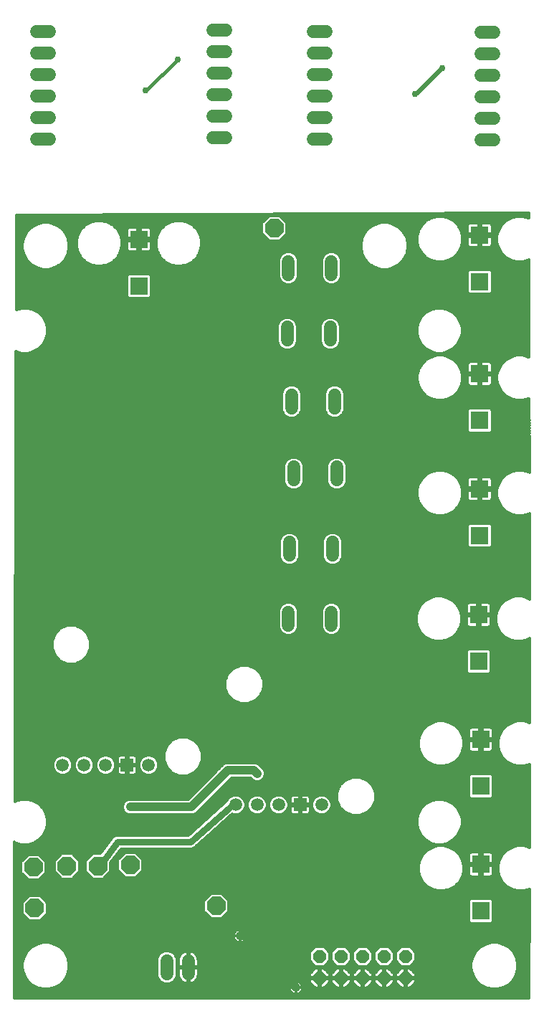
<source format=gbl>
G75*
%MOIN*%
%OFA0B0*%
%FSLAX25Y25*%
%IPPOS*%
%LPD*%
%AMOC8*
5,1,8,0,0,1.08239X$1,22.5*
%
%ADD10R,0.08268X0.08268*%
%ADD11OC8,0.08500*%
%ADD12C,0.06000*%
%ADD13OC8,0.06000*%
%ADD14C,0.05937*%
%ADD15R,0.05937X0.05937*%
%ADD16C,0.01200*%
%ADD17C,0.02978*%
%ADD18C,0.04000*%
%ADD19C,0.01969*%
%ADD20C,0.03150*%
%ADD21C,0.01600*%
D10*
X0065000Y0338310D03*
X0065000Y0359964D03*
X0223500Y0361964D03*
X0223500Y0340310D03*
X0223500Y0297464D03*
X0223500Y0275810D03*
X0223500Y0243964D03*
X0223500Y0222310D03*
X0223000Y0185464D03*
X0223000Y0163810D03*
X0224000Y0127464D03*
X0224000Y0105810D03*
X0224000Y0069464D03*
X0224000Y0047810D03*
D11*
X0101000Y0050137D03*
X0061000Y0069137D03*
X0046000Y0068637D03*
X0031500Y0068637D03*
X0016000Y0068137D03*
X0016500Y0049137D03*
X0128000Y0365137D03*
D12*
X0134500Y0349637D02*
X0134500Y0343637D01*
X0134000Y0319137D02*
X0134000Y0313137D01*
X0136000Y0287637D02*
X0136000Y0281637D01*
X0137000Y0254137D02*
X0137000Y0248137D01*
X0135000Y0219137D02*
X0135000Y0213137D01*
X0134500Y0186637D02*
X0134500Y0180637D01*
X0154500Y0180637D02*
X0154500Y0186637D01*
X0155000Y0213137D02*
X0155000Y0219137D01*
X0157000Y0248137D02*
X0157000Y0254137D01*
X0156000Y0281637D02*
X0156000Y0287637D01*
X0154000Y0313137D02*
X0154000Y0319137D01*
X0154500Y0343637D02*
X0154500Y0349637D01*
X0152000Y0406637D02*
X0146000Y0406637D01*
X0146000Y0416637D02*
X0152000Y0416637D01*
X0152000Y0426637D02*
X0146000Y0426637D01*
X0146000Y0436637D02*
X0152000Y0436637D01*
X0152000Y0446637D02*
X0146000Y0446637D01*
X0146000Y0456637D02*
X0152000Y0456637D01*
X0105500Y0457137D02*
X0099500Y0457137D01*
X0099500Y0447137D02*
X0105500Y0447137D01*
X0105500Y0437137D02*
X0099500Y0437137D01*
X0099500Y0427137D02*
X0105500Y0427137D01*
X0105500Y0417137D02*
X0099500Y0417137D01*
X0099500Y0407137D02*
X0105500Y0407137D01*
X0023500Y0406637D02*
X0017500Y0406637D01*
X0017500Y0416637D02*
X0023500Y0416637D01*
X0023500Y0426637D02*
X0017500Y0426637D01*
X0017500Y0436637D02*
X0023500Y0436637D01*
X0023500Y0446637D02*
X0017500Y0446637D01*
X0017500Y0456637D02*
X0023500Y0456637D01*
X0224000Y0456137D02*
X0230000Y0456137D01*
X0230000Y0446137D02*
X0224000Y0446137D01*
X0224000Y0436137D02*
X0230000Y0436137D01*
X0230000Y0426137D02*
X0224000Y0426137D01*
X0224000Y0416137D02*
X0230000Y0416137D01*
X0230000Y0406137D02*
X0224000Y0406137D01*
X0088000Y0024637D02*
X0088000Y0018637D01*
X0078000Y0018637D02*
X0078000Y0024637D01*
D13*
X0149000Y0026637D03*
X0149000Y0016637D03*
X0159000Y0016637D03*
X0159000Y0026637D03*
X0169000Y0026637D03*
X0169000Y0016637D03*
X0179000Y0016637D03*
X0179000Y0026637D03*
X0189000Y0026637D03*
X0189000Y0016637D03*
D14*
X0150000Y0097137D03*
X0130000Y0097137D03*
X0120000Y0097137D03*
X0110000Y0097137D03*
X0069500Y0115637D03*
X0049500Y0115637D03*
X0039500Y0115637D03*
X0029500Y0115637D03*
D15*
X0059500Y0115637D03*
X0140000Y0097137D03*
D16*
X0007204Y0079799D02*
X0007006Y0007237D01*
X0246502Y0007237D01*
X0246571Y0057870D01*
X0246559Y0057863D01*
X0243887Y0057147D01*
X0241121Y0057147D01*
X0238449Y0057863D01*
X0236053Y0059246D01*
X0234097Y0061202D01*
X0232714Y0063598D01*
X0231998Y0066270D01*
X0231998Y0069036D01*
X0232714Y0071708D01*
X0234097Y0074103D01*
X0236053Y0076059D01*
X0238449Y0077442D01*
X0241121Y0078158D01*
X0243887Y0078158D01*
X0246559Y0077442D01*
X0246597Y0077420D01*
X0246650Y0115916D01*
X0246559Y0115863D01*
X0243887Y0115147D01*
X0241121Y0115147D01*
X0238449Y0115863D01*
X0236053Y0117246D01*
X0234097Y0119202D01*
X0232714Y0121598D01*
X0231998Y0124270D01*
X0231998Y0127036D01*
X0232714Y0129708D01*
X0234097Y0132103D01*
X0236053Y0134059D01*
X0238449Y0135442D01*
X0241121Y0136158D01*
X0243887Y0136158D01*
X0246559Y0135442D01*
X0246677Y0135374D01*
X0246730Y0174539D01*
X0245559Y0173863D01*
X0242887Y0173147D01*
X0240121Y0173147D01*
X0237449Y0173863D01*
X0235053Y0175246D01*
X0233097Y0177202D01*
X0231714Y0179598D01*
X0230998Y0182270D01*
X0230998Y0185036D01*
X0231714Y0187708D01*
X0233097Y0190103D01*
X0235053Y0192059D01*
X0237449Y0193442D01*
X0240121Y0194158D01*
X0242887Y0194158D01*
X0245559Y0193442D01*
X0246755Y0192752D01*
X0246771Y0204241D01*
X0246682Y0232723D01*
X0246059Y0232363D01*
X0243387Y0231647D01*
X0240621Y0231647D01*
X0237949Y0232363D01*
X0235553Y0233746D01*
X0233597Y0235702D01*
X0232214Y0238098D01*
X0231498Y0240770D01*
X0231498Y0243536D01*
X0232214Y0246208D01*
X0233597Y0248603D01*
X0235553Y0250559D01*
X0237949Y0251942D01*
X0240621Y0252658D01*
X0243387Y0252658D01*
X0246059Y0251942D01*
X0246623Y0251617D01*
X0246515Y0286127D01*
X0246059Y0285863D01*
X0243387Y0285147D01*
X0240621Y0285147D01*
X0237949Y0285863D01*
X0235553Y0287246D01*
X0233597Y0289202D01*
X0232214Y0291598D01*
X0231498Y0294270D01*
X0231498Y0297036D01*
X0232214Y0299708D01*
X0233597Y0302103D01*
X0235553Y0304059D01*
X0237949Y0305442D01*
X0240621Y0306158D01*
X0243387Y0306158D01*
X0246059Y0305442D01*
X0246455Y0305213D01*
X0246314Y0350510D01*
X0246059Y0350363D01*
X0243387Y0349647D01*
X0240621Y0349647D01*
X0237949Y0350363D01*
X0235553Y0351746D01*
X0233597Y0353702D01*
X0232214Y0356098D01*
X0231498Y0358770D01*
X0231498Y0361536D01*
X0232214Y0364208D01*
X0233597Y0366603D01*
X0235553Y0368559D01*
X0237949Y0369942D01*
X0240621Y0370658D01*
X0243387Y0370658D01*
X0246059Y0369942D01*
X0246254Y0369830D01*
X0246247Y0372134D01*
X0008000Y0371137D01*
X0007881Y0327412D01*
X0010459Y0328103D01*
X0013226Y0328103D01*
X0015897Y0327387D01*
X0018293Y0326004D01*
X0020249Y0324048D01*
X0021632Y0321653D01*
X0022348Y0318981D01*
X0022348Y0316215D01*
X0021632Y0313543D01*
X0020249Y0311147D01*
X0018293Y0309191D01*
X0015897Y0307808D01*
X0013226Y0307092D01*
X0010459Y0307092D01*
X0007827Y0307798D01*
X0007256Y0098734D01*
X0007788Y0099041D01*
X0010459Y0099757D01*
X0013226Y0099757D01*
X0015897Y0099041D01*
X0018293Y0097658D01*
X0020249Y0095702D01*
X0021632Y0093306D01*
X0022348Y0090634D01*
X0022348Y0087868D01*
X0021632Y0085196D01*
X0020249Y0082801D01*
X0018293Y0080845D01*
X0015897Y0079462D01*
X0013226Y0078746D01*
X0010459Y0078746D01*
X0007788Y0079462D01*
X0007204Y0079799D01*
X0007203Y0079342D02*
X0008235Y0079342D01*
X0007199Y0078143D02*
X0049800Y0078143D01*
X0048890Y0076945D02*
X0007196Y0076945D01*
X0007193Y0075746D02*
X0047981Y0075746D01*
X0047071Y0074548D02*
X0007190Y0074548D01*
X0007186Y0073349D02*
X0012939Y0073349D01*
X0013577Y0073987D02*
X0010150Y0070560D01*
X0010150Y0065714D01*
X0013577Y0062287D01*
X0018423Y0062287D01*
X0021850Y0065714D01*
X0021850Y0070560D01*
X0018423Y0073987D01*
X0013577Y0073987D01*
X0011741Y0072151D02*
X0007183Y0072151D01*
X0007180Y0070952D02*
X0010542Y0070952D01*
X0010150Y0069754D02*
X0007177Y0069754D01*
X0007173Y0068555D02*
X0010150Y0068555D01*
X0010150Y0067357D02*
X0007170Y0067357D01*
X0007167Y0066158D02*
X0010150Y0066158D01*
X0010904Y0064960D02*
X0007163Y0064960D01*
X0007160Y0063761D02*
X0012103Y0063761D01*
X0013301Y0062563D02*
X0007157Y0062563D01*
X0007154Y0061364D02*
X0196996Y0061364D01*
X0197090Y0061202D02*
X0199046Y0059246D01*
X0201441Y0057863D01*
X0204113Y0057147D01*
X0206879Y0057147D01*
X0209551Y0057863D01*
X0211947Y0059246D01*
X0213903Y0061202D01*
X0215286Y0063598D01*
X0216002Y0066270D01*
X0216002Y0069036D01*
X0215286Y0071708D01*
X0213903Y0074103D01*
X0211947Y0076059D01*
X0209551Y0077442D01*
X0206879Y0078158D01*
X0204113Y0078158D01*
X0201441Y0077442D01*
X0199046Y0076059D01*
X0197090Y0074103D01*
X0195706Y0071708D01*
X0194991Y0069036D01*
X0194991Y0066270D01*
X0195706Y0063598D01*
X0197090Y0061202D01*
X0198126Y0060166D02*
X0007150Y0060166D01*
X0007147Y0058967D02*
X0199529Y0058967D01*
X0201794Y0057769D02*
X0007144Y0057769D01*
X0007141Y0056570D02*
X0246569Y0056570D01*
X0246567Y0055372D02*
X0104039Y0055372D01*
X0103423Y0055987D02*
X0106850Y0052560D01*
X0106850Y0047714D01*
X0103423Y0044287D01*
X0098577Y0044287D01*
X0095150Y0047714D01*
X0095150Y0052560D01*
X0098577Y0055987D01*
X0103423Y0055987D01*
X0105237Y0054173D02*
X0246566Y0054173D01*
X0246564Y0052974D02*
X0229366Y0052974D01*
X0229734Y0052607D02*
X0228797Y0053544D01*
X0219203Y0053544D01*
X0218266Y0052607D01*
X0218266Y0043014D01*
X0219203Y0042076D01*
X0228797Y0042076D01*
X0229734Y0043014D01*
X0229734Y0052607D01*
X0229734Y0051776D02*
X0246562Y0051776D01*
X0246561Y0050577D02*
X0229734Y0050577D01*
X0229734Y0049379D02*
X0246559Y0049379D01*
X0246557Y0048180D02*
X0229734Y0048180D01*
X0229734Y0046982D02*
X0246556Y0046982D01*
X0246554Y0045783D02*
X0229734Y0045783D01*
X0229734Y0044585D02*
X0246553Y0044585D01*
X0246551Y0043386D02*
X0229734Y0043386D01*
X0228908Y0042188D02*
X0246549Y0042188D01*
X0246548Y0040989D02*
X0007098Y0040989D01*
X0007095Y0039791D02*
X0246546Y0039791D01*
X0246544Y0038592D02*
X0113885Y0038592D01*
X0113969Y0038536D02*
X0113463Y0038874D01*
X0112901Y0039107D01*
X0112304Y0039226D01*
X0112000Y0039226D01*
X0112000Y0036137D01*
X0112000Y0033048D01*
X0112304Y0033048D01*
X0112901Y0033167D01*
X0113463Y0033400D01*
X0113969Y0033738D01*
X0114399Y0034168D01*
X0114737Y0034674D01*
X0114970Y0035236D01*
X0115089Y0035833D01*
X0115089Y0036137D01*
X0115089Y0036441D01*
X0114970Y0037038D01*
X0114737Y0037600D01*
X0114399Y0038106D01*
X0113969Y0038536D01*
X0114823Y0037394D02*
X0246543Y0037394D01*
X0246541Y0036195D02*
X0115089Y0036195D01*
X0115089Y0036137D02*
X0112000Y0036137D01*
X0112000Y0036137D01*
X0112000Y0036137D01*
X0115089Y0036137D01*
X0114871Y0034997D02*
X0246539Y0034997D01*
X0246538Y0033798D02*
X0114030Y0033798D01*
X0112000Y0033798D02*
X0112000Y0033798D01*
X0112000Y0033048D02*
X0112000Y0036137D01*
X0112000Y0036137D01*
X0108911Y0036137D01*
X0108911Y0035833D01*
X0109030Y0035236D01*
X0109263Y0034674D01*
X0109601Y0034168D01*
X0110031Y0033738D01*
X0110537Y0033400D01*
X0111099Y0033167D01*
X0111696Y0033048D01*
X0112000Y0033048D01*
X0112000Y0034997D02*
X0112000Y0034997D01*
X0112000Y0036137D02*
X0112000Y0036137D01*
X0108911Y0036137D01*
X0108911Y0036441D01*
X0109030Y0037038D01*
X0109263Y0037600D01*
X0109601Y0038106D01*
X0110031Y0038536D01*
X0110537Y0038874D01*
X0111099Y0039107D01*
X0111696Y0039226D01*
X0112000Y0039226D01*
X0112000Y0036137D01*
X0112000Y0036195D02*
X0112000Y0036195D01*
X0112000Y0037394D02*
X0112000Y0037394D01*
X0112000Y0038592D02*
X0112000Y0038592D01*
X0110115Y0038592D02*
X0007091Y0038592D01*
X0007088Y0037394D02*
X0109177Y0037394D01*
X0108911Y0036195D02*
X0007085Y0036195D01*
X0007082Y0034997D02*
X0109129Y0034997D01*
X0109970Y0033798D02*
X0007078Y0033798D01*
X0007075Y0032600D02*
X0018121Y0032600D01*
X0017497Y0032433D02*
X0015023Y0031004D01*
X0013003Y0028984D01*
X0011574Y0026510D01*
X0010835Y0023750D01*
X0010835Y0020894D01*
X0011574Y0018134D01*
X0013003Y0015660D01*
X0015023Y0013640D01*
X0017497Y0012211D01*
X0020257Y0011472D01*
X0023113Y0011472D01*
X0025873Y0012211D01*
X0028347Y0013640D01*
X0030367Y0015660D01*
X0031796Y0018134D01*
X0032535Y0020894D01*
X0032535Y0023750D01*
X0031796Y0026510D01*
X0030367Y0028984D01*
X0028347Y0031004D01*
X0025873Y0032433D01*
X0023113Y0033172D01*
X0020257Y0033172D01*
X0017497Y0032433D01*
X0015711Y0031401D02*
X0007072Y0031401D01*
X0007068Y0030203D02*
X0014222Y0030203D01*
X0013023Y0029004D02*
X0007065Y0029004D01*
X0007062Y0027806D02*
X0012323Y0027806D01*
X0011631Y0026607D02*
X0007059Y0026607D01*
X0007055Y0025409D02*
X0011279Y0025409D01*
X0010958Y0024210D02*
X0007052Y0024210D01*
X0007049Y0023012D02*
X0010835Y0023012D01*
X0010835Y0021813D02*
X0007046Y0021813D01*
X0007042Y0020615D02*
X0010910Y0020615D01*
X0011231Y0019416D02*
X0007039Y0019416D01*
X0007036Y0018218D02*
X0011552Y0018218D01*
X0012218Y0017019D02*
X0007032Y0017019D01*
X0007029Y0015821D02*
X0012910Y0015821D01*
X0014041Y0014622D02*
X0007026Y0014622D01*
X0007023Y0013424D02*
X0015398Y0013424D01*
X0017473Y0012225D02*
X0007019Y0012225D01*
X0007016Y0011027D02*
X0135116Y0011027D01*
X0135030Y0011236D02*
X0135263Y0010674D01*
X0135601Y0010168D01*
X0136031Y0009738D01*
X0136537Y0009400D01*
X0137099Y0009167D01*
X0137696Y0009048D01*
X0138000Y0009048D01*
X0138304Y0009048D01*
X0138901Y0009167D01*
X0139463Y0009400D01*
X0139969Y0009738D01*
X0140399Y0010168D01*
X0140737Y0010674D01*
X0140970Y0011236D01*
X0141089Y0011833D01*
X0141089Y0012137D01*
X0141089Y0012441D01*
X0140970Y0013038D01*
X0140737Y0013600D01*
X0140399Y0014106D01*
X0139969Y0014536D01*
X0139463Y0014874D01*
X0138901Y0015107D01*
X0138304Y0015226D01*
X0138000Y0015226D01*
X0138000Y0012137D01*
X0138000Y0009048D01*
X0138000Y0012137D01*
X0138000Y0012137D01*
X0141089Y0012137D01*
X0138000Y0012137D01*
X0138000Y0012137D01*
X0138000Y0012137D01*
X0134911Y0012137D01*
X0134911Y0011833D01*
X0135030Y0011236D01*
X0134911Y0012137D02*
X0138000Y0012137D01*
X0138000Y0012137D01*
X0138000Y0015226D01*
X0137696Y0015226D01*
X0137099Y0015107D01*
X0136537Y0014874D01*
X0136031Y0014536D01*
X0135601Y0014106D01*
X0135263Y0013600D01*
X0135030Y0013038D01*
X0134911Y0012441D01*
X0134911Y0012137D01*
X0134911Y0012225D02*
X0025897Y0012225D01*
X0027972Y0013424D02*
X0135189Y0013424D01*
X0136159Y0014622D02*
X0090253Y0014622D01*
X0090411Y0014703D02*
X0089766Y0014374D01*
X0089077Y0014150D01*
X0088400Y0014043D01*
X0088400Y0021237D01*
X0088400Y0022037D01*
X0092600Y0022037D01*
X0092600Y0024999D01*
X0092487Y0025714D01*
X0092263Y0026403D01*
X0091934Y0027048D01*
X0091509Y0027634D01*
X0090997Y0028146D01*
X0090411Y0028571D01*
X0089766Y0028900D01*
X0089077Y0029124D01*
X0088400Y0029231D01*
X0088400Y0022037D01*
X0087600Y0022037D01*
X0087600Y0021237D01*
X0088400Y0021237D01*
X0092600Y0021237D01*
X0092600Y0018275D01*
X0092487Y0017560D01*
X0092263Y0016871D01*
X0091934Y0016226D01*
X0091509Y0015640D01*
X0090997Y0015128D01*
X0090411Y0014703D01*
X0091640Y0015821D02*
X0144400Y0015821D01*
X0144400Y0016237D02*
X0144400Y0014732D01*
X0147095Y0012037D01*
X0148600Y0012037D01*
X0148600Y0016237D01*
X0149400Y0016237D01*
X0149400Y0017037D01*
X0153600Y0017037D01*
X0153600Y0018542D01*
X0150905Y0021237D01*
X0149400Y0021237D01*
X0149400Y0017037D01*
X0148600Y0017037D01*
X0148600Y0016237D01*
X0144400Y0016237D01*
X0144400Y0017037D02*
X0148600Y0017037D01*
X0148600Y0021237D01*
X0147095Y0021237D01*
X0144400Y0018542D01*
X0144400Y0017037D01*
X0144400Y0018218D02*
X0092591Y0018218D01*
X0092600Y0019416D02*
X0145274Y0019416D01*
X0146472Y0020615D02*
X0092600Y0020615D01*
X0092600Y0023012D02*
X0146120Y0023012D01*
X0147095Y0022037D02*
X0144400Y0024732D01*
X0144400Y0028542D01*
X0147095Y0031237D01*
X0150905Y0031237D01*
X0153600Y0028542D01*
X0153600Y0024732D01*
X0150905Y0022037D01*
X0147095Y0022037D01*
X0148600Y0020615D02*
X0149400Y0020615D01*
X0149400Y0019416D02*
X0148600Y0019416D01*
X0148600Y0018218D02*
X0149400Y0018218D01*
X0149400Y0017019D02*
X0158600Y0017019D01*
X0158600Y0017037D02*
X0158600Y0016237D01*
X0159400Y0016237D01*
X0159400Y0017037D01*
X0163600Y0017037D01*
X0163600Y0018542D01*
X0160905Y0021237D01*
X0159400Y0021237D01*
X0159400Y0017037D01*
X0158600Y0017037D01*
X0154400Y0017037D01*
X0154400Y0018542D01*
X0157095Y0021237D01*
X0158600Y0021237D01*
X0158600Y0017037D01*
X0158600Y0016237D02*
X0154400Y0016237D01*
X0154400Y0014732D01*
X0157095Y0012037D01*
X0158600Y0012037D01*
X0158600Y0016237D01*
X0158600Y0015821D02*
X0159400Y0015821D01*
X0159400Y0016237D02*
X0159400Y0012037D01*
X0160905Y0012037D01*
X0163600Y0014732D01*
X0163600Y0016237D01*
X0159400Y0016237D01*
X0159400Y0017019D02*
X0168600Y0017019D01*
X0168600Y0017037D02*
X0168600Y0016237D01*
X0169400Y0016237D01*
X0169400Y0017037D01*
X0173600Y0017037D01*
X0173600Y0018542D01*
X0170905Y0021237D01*
X0169400Y0021237D01*
X0169400Y0017037D01*
X0168600Y0017037D01*
X0164400Y0017037D01*
X0164400Y0018542D01*
X0167095Y0021237D01*
X0168600Y0021237D01*
X0168600Y0017037D01*
X0168600Y0016237D02*
X0164400Y0016237D01*
X0164400Y0014732D01*
X0167095Y0012037D01*
X0168600Y0012037D01*
X0168600Y0016237D01*
X0168600Y0015821D02*
X0169400Y0015821D01*
X0169400Y0016237D02*
X0169400Y0012037D01*
X0170905Y0012037D01*
X0173600Y0014732D01*
X0173600Y0016237D01*
X0169400Y0016237D01*
X0169400Y0017019D02*
X0178600Y0017019D01*
X0178600Y0017037D02*
X0178600Y0016237D01*
X0179400Y0016237D01*
X0179400Y0017037D01*
X0183600Y0017037D01*
X0183600Y0018542D01*
X0180905Y0021237D01*
X0179400Y0021237D01*
X0179400Y0017037D01*
X0178600Y0017037D01*
X0174400Y0017037D01*
X0174400Y0018542D01*
X0177095Y0021237D01*
X0178600Y0021237D01*
X0178600Y0017037D01*
X0178600Y0016237D02*
X0174400Y0016237D01*
X0174400Y0014732D01*
X0177095Y0012037D01*
X0178600Y0012037D01*
X0178600Y0016237D01*
X0178600Y0015821D02*
X0179400Y0015821D01*
X0179400Y0016237D02*
X0179400Y0012037D01*
X0180905Y0012037D01*
X0183600Y0014732D01*
X0183600Y0016237D01*
X0179400Y0016237D01*
X0179400Y0017019D02*
X0188600Y0017019D01*
X0188600Y0017037D02*
X0188600Y0016237D01*
X0189400Y0016237D01*
X0189400Y0017037D01*
X0193600Y0017037D01*
X0193600Y0018542D01*
X0190905Y0021237D01*
X0189400Y0021237D01*
X0189400Y0017037D01*
X0188600Y0017037D01*
X0184400Y0017037D01*
X0184400Y0018542D01*
X0187095Y0021237D01*
X0188600Y0021237D01*
X0188600Y0017037D01*
X0188600Y0016237D02*
X0184400Y0016237D01*
X0184400Y0014732D01*
X0187095Y0012037D01*
X0188600Y0012037D01*
X0188600Y0016237D01*
X0188600Y0015821D02*
X0189400Y0015821D01*
X0189400Y0016237D02*
X0189400Y0012037D01*
X0190905Y0012037D01*
X0193600Y0014732D01*
X0193600Y0016237D01*
X0189400Y0016237D01*
X0189400Y0017019D02*
X0220880Y0017019D01*
X0220236Y0018134D02*
X0221664Y0015660D01*
X0223684Y0013640D01*
X0226159Y0012211D01*
X0228918Y0011472D01*
X0231775Y0011472D01*
X0234534Y0012211D01*
X0237009Y0013640D01*
X0239029Y0015660D01*
X0240457Y0018134D01*
X0241196Y0020894D01*
X0241196Y0023750D01*
X0240457Y0026510D01*
X0239029Y0028984D01*
X0237009Y0031004D01*
X0234534Y0032433D01*
X0231775Y0033172D01*
X0228918Y0033172D01*
X0226159Y0032433D01*
X0223684Y0031004D01*
X0221664Y0028984D01*
X0220236Y0026510D01*
X0219496Y0023750D01*
X0219496Y0020894D01*
X0220236Y0018134D01*
X0220213Y0018218D02*
X0193600Y0018218D01*
X0192726Y0019416D02*
X0219892Y0019416D01*
X0219571Y0020615D02*
X0191528Y0020615D01*
X0190905Y0022037D02*
X0193600Y0024732D01*
X0193600Y0028542D01*
X0190905Y0031237D01*
X0187095Y0031237D01*
X0184400Y0028542D01*
X0184400Y0024732D01*
X0187095Y0022037D01*
X0190905Y0022037D01*
X0191880Y0023012D02*
X0219496Y0023012D01*
X0219496Y0021813D02*
X0088400Y0021813D01*
X0087600Y0021813D02*
X0082600Y0021813D01*
X0083400Y0022037D02*
X0087600Y0022037D01*
X0087600Y0029231D01*
X0086923Y0029124D01*
X0086234Y0028900D01*
X0085589Y0028571D01*
X0085003Y0028146D01*
X0084491Y0027634D01*
X0084066Y0027048D01*
X0083737Y0026403D01*
X0083513Y0025714D01*
X0083400Y0024999D01*
X0083400Y0022037D01*
X0083400Y0021237D02*
X0083400Y0018275D01*
X0083513Y0017560D01*
X0083737Y0016871D01*
X0084066Y0016226D01*
X0084491Y0015640D01*
X0085003Y0015128D01*
X0085589Y0014703D01*
X0086234Y0014374D01*
X0086923Y0014150D01*
X0087600Y0014043D01*
X0087600Y0021237D01*
X0083400Y0021237D01*
X0083400Y0020615D02*
X0082600Y0020615D01*
X0082600Y0019416D02*
X0083400Y0019416D01*
X0083409Y0018218D02*
X0082600Y0018218D01*
X0082600Y0017722D02*
X0082600Y0025552D01*
X0081900Y0027243D01*
X0080606Y0028537D01*
X0078915Y0029237D01*
X0077085Y0029237D01*
X0075394Y0028537D01*
X0074100Y0027243D01*
X0073400Y0025552D01*
X0073400Y0017722D01*
X0074100Y0016031D01*
X0075394Y0014737D01*
X0077085Y0014037D01*
X0078915Y0014037D01*
X0080606Y0014737D01*
X0081900Y0016031D01*
X0082600Y0017722D01*
X0082309Y0017019D02*
X0083689Y0017019D01*
X0084360Y0015821D02*
X0081689Y0015821D01*
X0080328Y0014622D02*
X0085747Y0014622D01*
X0087600Y0014622D02*
X0088400Y0014622D01*
X0088400Y0015821D02*
X0087600Y0015821D01*
X0087600Y0017019D02*
X0088400Y0017019D01*
X0088400Y0018218D02*
X0087600Y0018218D01*
X0087600Y0019416D02*
X0088400Y0019416D01*
X0088400Y0020615D02*
X0087600Y0020615D01*
X0087600Y0023012D02*
X0088400Y0023012D01*
X0088400Y0024210D02*
X0087600Y0024210D01*
X0087600Y0025409D02*
X0088400Y0025409D01*
X0088400Y0026607D02*
X0087600Y0026607D01*
X0087600Y0027806D02*
X0088400Y0027806D01*
X0088400Y0029004D02*
X0087600Y0029004D01*
X0086555Y0029004D02*
X0079477Y0029004D01*
X0081337Y0027806D02*
X0084663Y0027806D01*
X0083841Y0026607D02*
X0082163Y0026607D01*
X0082600Y0025409D02*
X0083465Y0025409D01*
X0083400Y0024210D02*
X0082600Y0024210D01*
X0082600Y0023012D02*
X0083400Y0023012D01*
X0076523Y0029004D02*
X0030347Y0029004D01*
X0031048Y0027806D02*
X0074663Y0027806D01*
X0073837Y0026607D02*
X0031739Y0026607D01*
X0032091Y0025409D02*
X0073400Y0025409D01*
X0073400Y0024210D02*
X0032412Y0024210D01*
X0032535Y0023012D02*
X0073400Y0023012D01*
X0073400Y0021813D02*
X0032535Y0021813D01*
X0032460Y0020615D02*
X0073400Y0020615D01*
X0073400Y0019416D02*
X0032139Y0019416D01*
X0031818Y0018218D02*
X0073400Y0018218D01*
X0073691Y0017019D02*
X0031152Y0017019D01*
X0030460Y0015821D02*
X0074311Y0015821D01*
X0075672Y0014622D02*
X0029329Y0014622D01*
X0029149Y0030203D02*
X0146060Y0030203D01*
X0144862Y0029004D02*
X0089445Y0029004D01*
X0091337Y0027806D02*
X0144400Y0027806D01*
X0144400Y0026607D02*
X0092159Y0026607D01*
X0092535Y0025409D02*
X0144400Y0025409D01*
X0144921Y0024210D02*
X0092600Y0024210D01*
X0092311Y0017019D02*
X0148600Y0017019D01*
X0149400Y0016237D02*
X0149400Y0012037D01*
X0150905Y0012037D01*
X0153600Y0014732D01*
X0153600Y0016237D01*
X0149400Y0016237D01*
X0149400Y0015821D02*
X0148600Y0015821D01*
X0148600Y0014622D02*
X0149400Y0014622D01*
X0149400Y0013424D02*
X0148600Y0013424D01*
X0148600Y0012225D02*
X0149400Y0012225D01*
X0151093Y0012225D02*
X0156907Y0012225D01*
X0158600Y0012225D02*
X0159400Y0012225D01*
X0159400Y0013424D02*
X0158600Y0013424D01*
X0158600Y0014622D02*
X0159400Y0014622D01*
X0161093Y0012225D02*
X0166907Y0012225D01*
X0168600Y0012225D02*
X0169400Y0012225D01*
X0169400Y0013424D02*
X0168600Y0013424D01*
X0168600Y0014622D02*
X0169400Y0014622D01*
X0171093Y0012225D02*
X0176907Y0012225D01*
X0178600Y0012225D02*
X0179400Y0012225D01*
X0179400Y0013424D02*
X0178600Y0013424D01*
X0178600Y0014622D02*
X0179400Y0014622D01*
X0181093Y0012225D02*
X0186907Y0012225D01*
X0188600Y0012225D02*
X0189400Y0012225D01*
X0189400Y0013424D02*
X0188600Y0013424D01*
X0188600Y0014622D02*
X0189400Y0014622D01*
X0191093Y0012225D02*
X0226135Y0012225D01*
X0224059Y0013424D02*
X0192292Y0013424D01*
X0193490Y0014622D02*
X0222702Y0014622D01*
X0221572Y0015821D02*
X0193600Y0015821D01*
X0193079Y0024210D02*
X0219620Y0024210D01*
X0219941Y0025409D02*
X0193600Y0025409D01*
X0193600Y0026607D02*
X0220292Y0026607D01*
X0220984Y0027806D02*
X0193600Y0027806D01*
X0193138Y0029004D02*
X0221684Y0029004D01*
X0222883Y0030203D02*
X0191940Y0030203D01*
X0186060Y0030203D02*
X0181940Y0030203D01*
X0180905Y0031237D02*
X0177095Y0031237D01*
X0174400Y0028542D01*
X0174400Y0024732D01*
X0177095Y0022037D01*
X0180905Y0022037D01*
X0183600Y0024732D01*
X0183600Y0028542D01*
X0180905Y0031237D01*
X0183138Y0029004D02*
X0184862Y0029004D01*
X0184400Y0027806D02*
X0183600Y0027806D01*
X0183600Y0026607D02*
X0184400Y0026607D01*
X0184400Y0025409D02*
X0183600Y0025409D01*
X0183079Y0024210D02*
X0184921Y0024210D01*
X0186120Y0023012D02*
X0181880Y0023012D01*
X0181528Y0020615D02*
X0186472Y0020615D01*
X0185274Y0019416D02*
X0182726Y0019416D01*
X0183600Y0018218D02*
X0184400Y0018218D01*
X0184400Y0015821D02*
X0183600Y0015821D01*
X0183490Y0014622D02*
X0184509Y0014622D01*
X0185708Y0013424D02*
X0182292Y0013424D01*
X0179400Y0018218D02*
X0178600Y0018218D01*
X0178600Y0019416D02*
X0179400Y0019416D01*
X0179400Y0020615D02*
X0178600Y0020615D01*
X0176472Y0020615D02*
X0171528Y0020615D01*
X0170905Y0022037D02*
X0173600Y0024732D01*
X0173600Y0028542D01*
X0170905Y0031237D01*
X0167095Y0031237D01*
X0164400Y0028542D01*
X0164400Y0024732D01*
X0167095Y0022037D01*
X0170905Y0022037D01*
X0171880Y0023012D02*
X0176120Y0023012D01*
X0174921Y0024210D02*
X0173079Y0024210D01*
X0173600Y0025409D02*
X0174400Y0025409D01*
X0174400Y0026607D02*
X0173600Y0026607D01*
X0173600Y0027806D02*
X0174400Y0027806D01*
X0174862Y0029004D02*
X0173138Y0029004D01*
X0171940Y0030203D02*
X0176060Y0030203D01*
X0175274Y0019416D02*
X0172726Y0019416D01*
X0173600Y0018218D02*
X0174400Y0018218D01*
X0174400Y0015821D02*
X0173600Y0015821D01*
X0173490Y0014622D02*
X0174509Y0014622D01*
X0175708Y0013424D02*
X0172292Y0013424D01*
X0169400Y0018218D02*
X0168600Y0018218D01*
X0168600Y0019416D02*
X0169400Y0019416D01*
X0169400Y0020615D02*
X0168600Y0020615D01*
X0166472Y0020615D02*
X0161528Y0020615D01*
X0160905Y0022037D02*
X0163600Y0024732D01*
X0163600Y0028542D01*
X0160905Y0031237D01*
X0157095Y0031237D01*
X0154400Y0028542D01*
X0154400Y0024732D01*
X0157095Y0022037D01*
X0160905Y0022037D01*
X0161880Y0023012D02*
X0166120Y0023012D01*
X0164921Y0024210D02*
X0163079Y0024210D01*
X0163600Y0025409D02*
X0164400Y0025409D01*
X0164400Y0026607D02*
X0163600Y0026607D01*
X0163600Y0027806D02*
X0164400Y0027806D01*
X0164862Y0029004D02*
X0163138Y0029004D01*
X0161940Y0030203D02*
X0166060Y0030203D01*
X0165274Y0019416D02*
X0162726Y0019416D01*
X0163600Y0018218D02*
X0164400Y0018218D01*
X0164400Y0015821D02*
X0163600Y0015821D01*
X0163490Y0014622D02*
X0164509Y0014622D01*
X0165708Y0013424D02*
X0162292Y0013424D01*
X0159400Y0018218D02*
X0158600Y0018218D01*
X0158600Y0019416D02*
X0159400Y0019416D01*
X0159400Y0020615D02*
X0158600Y0020615D01*
X0156472Y0020615D02*
X0151528Y0020615D01*
X0152726Y0019416D02*
X0155274Y0019416D01*
X0154400Y0018218D02*
X0153600Y0018218D01*
X0153600Y0015821D02*
X0154400Y0015821D01*
X0154509Y0014622D02*
X0153490Y0014622D01*
X0152292Y0013424D02*
X0155708Y0013424D01*
X0156120Y0023012D02*
X0151880Y0023012D01*
X0153079Y0024210D02*
X0154921Y0024210D01*
X0154400Y0025409D02*
X0153600Y0025409D01*
X0153600Y0026607D02*
X0154400Y0026607D01*
X0154400Y0027806D02*
X0153600Y0027806D01*
X0153138Y0029004D02*
X0154862Y0029004D01*
X0156060Y0030203D02*
X0151940Y0030203D01*
X0144509Y0014622D02*
X0139841Y0014622D01*
X0140811Y0013424D02*
X0145708Y0013424D01*
X0146907Y0012225D02*
X0141089Y0012225D01*
X0140884Y0011027D02*
X0246507Y0011027D01*
X0246508Y0012225D02*
X0234558Y0012225D01*
X0236634Y0013424D02*
X0246510Y0013424D01*
X0246512Y0014622D02*
X0237991Y0014622D01*
X0239121Y0015821D02*
X0246513Y0015821D01*
X0246515Y0017019D02*
X0239813Y0017019D01*
X0240479Y0018218D02*
X0246517Y0018218D01*
X0246518Y0019416D02*
X0240801Y0019416D01*
X0241122Y0020615D02*
X0246520Y0020615D01*
X0246521Y0021813D02*
X0241196Y0021813D01*
X0241196Y0023012D02*
X0246523Y0023012D01*
X0246525Y0024210D02*
X0241073Y0024210D01*
X0240752Y0025409D02*
X0246526Y0025409D01*
X0246528Y0026607D02*
X0240401Y0026607D01*
X0239709Y0027806D02*
X0246530Y0027806D01*
X0246531Y0029004D02*
X0239008Y0029004D01*
X0237810Y0030203D02*
X0246533Y0030203D01*
X0246535Y0031401D02*
X0236321Y0031401D01*
X0233911Y0032600D02*
X0246536Y0032600D01*
X0246505Y0009828D02*
X0140060Y0009828D01*
X0138000Y0009828D02*
X0138000Y0009828D01*
X0138000Y0011027D02*
X0138000Y0011027D01*
X0138000Y0012225D02*
X0138000Y0012225D01*
X0138000Y0013424D02*
X0138000Y0013424D01*
X0138000Y0014622D02*
X0138000Y0014622D01*
X0135940Y0009828D02*
X0007013Y0009828D01*
X0007010Y0008630D02*
X0246503Y0008630D01*
X0246502Y0007431D02*
X0007006Y0007431D01*
X0025249Y0032600D02*
X0226782Y0032600D01*
X0224372Y0031401D02*
X0027659Y0031401D01*
X0018923Y0043287D02*
X0022350Y0046714D01*
X0022350Y0051560D01*
X0018923Y0054987D01*
X0014077Y0054987D01*
X0010650Y0051560D01*
X0010650Y0046714D01*
X0014077Y0043287D01*
X0018923Y0043287D01*
X0019023Y0043386D02*
X0218266Y0043386D01*
X0218266Y0044585D02*
X0103721Y0044585D01*
X0104920Y0045783D02*
X0218266Y0045783D01*
X0218266Y0046982D02*
X0106118Y0046982D01*
X0106850Y0048180D02*
X0218266Y0048180D01*
X0218266Y0049379D02*
X0106850Y0049379D01*
X0106850Y0050577D02*
X0218266Y0050577D01*
X0218266Y0051776D02*
X0106850Y0051776D01*
X0106436Y0052974D02*
X0218634Y0052974D01*
X0212866Y0060166D02*
X0235134Y0060166D01*
X0234004Y0061364D02*
X0213996Y0061364D01*
X0214688Y0062563D02*
X0233312Y0062563D01*
X0232671Y0063761D02*
X0228461Y0063761D01*
X0228345Y0063730D02*
X0228751Y0063839D01*
X0229116Y0064050D01*
X0229414Y0064347D01*
X0229625Y0064712D01*
X0229734Y0065119D01*
X0229734Y0068864D01*
X0224600Y0068864D01*
X0224600Y0070064D01*
X0223400Y0070064D01*
X0223400Y0075198D01*
X0219655Y0075198D01*
X0219249Y0075089D01*
X0218884Y0074878D01*
X0218586Y0074580D01*
X0218375Y0074215D01*
X0218266Y0073808D01*
X0218266Y0070064D01*
X0223400Y0070064D01*
X0223400Y0068864D01*
X0218266Y0068864D01*
X0218266Y0065119D01*
X0218375Y0064712D01*
X0218586Y0064347D01*
X0218884Y0064050D01*
X0219249Y0063839D01*
X0219655Y0063730D01*
X0223400Y0063730D01*
X0223400Y0068864D01*
X0224600Y0068864D01*
X0224600Y0063730D01*
X0228345Y0063730D01*
X0229691Y0064960D02*
X0232349Y0064960D01*
X0232028Y0066158D02*
X0229734Y0066158D01*
X0229734Y0067357D02*
X0231998Y0067357D01*
X0231998Y0068555D02*
X0229734Y0068555D01*
X0229734Y0070064D02*
X0229734Y0073808D01*
X0229625Y0074215D01*
X0229414Y0074580D01*
X0229116Y0074878D01*
X0228751Y0075089D01*
X0228345Y0075198D01*
X0224600Y0075198D01*
X0224600Y0070064D01*
X0229734Y0070064D01*
X0229734Y0070952D02*
X0232512Y0070952D01*
X0232191Y0069754D02*
X0224600Y0069754D01*
X0224600Y0070952D02*
X0223400Y0070952D01*
X0223400Y0069754D02*
X0215809Y0069754D01*
X0216002Y0068555D02*
X0218266Y0068555D01*
X0218266Y0067357D02*
X0216002Y0067357D01*
X0215972Y0066158D02*
X0218266Y0066158D01*
X0218309Y0064960D02*
X0215651Y0064960D01*
X0215329Y0063761D02*
X0219539Y0063761D01*
X0218266Y0070952D02*
X0215488Y0070952D01*
X0215030Y0072151D02*
X0218266Y0072151D01*
X0218266Y0073349D02*
X0214338Y0073349D01*
X0213458Y0074548D02*
X0218567Y0074548D01*
X0223400Y0074548D02*
X0224600Y0074548D01*
X0224600Y0073349D02*
X0223400Y0073349D01*
X0223400Y0072151D02*
X0224600Y0072151D01*
X0224600Y0068555D02*
X0223400Y0068555D01*
X0223400Y0067357D02*
X0224600Y0067357D01*
X0224600Y0066158D02*
X0223400Y0066158D01*
X0223400Y0064960D02*
X0224600Y0064960D01*
X0224600Y0063761D02*
X0223400Y0063761D01*
X0229734Y0072151D02*
X0232970Y0072151D01*
X0233662Y0073349D02*
X0229734Y0073349D01*
X0229433Y0074548D02*
X0234542Y0074548D01*
X0235740Y0075746D02*
X0212260Y0075746D01*
X0210413Y0076945D02*
X0237587Y0076945D01*
X0241065Y0078143D02*
X0206935Y0078143D01*
X0206139Y0078746D02*
X0208811Y0079462D01*
X0211206Y0080845D01*
X0213162Y0082801D01*
X0214545Y0085196D01*
X0215261Y0087868D01*
X0215261Y0090634D01*
X0214545Y0093306D01*
X0213162Y0095702D01*
X0211206Y0097658D01*
X0208811Y0099041D01*
X0206139Y0099757D01*
X0203373Y0099757D01*
X0200701Y0099041D01*
X0198305Y0097658D01*
X0196349Y0095702D01*
X0194966Y0093306D01*
X0194250Y0090634D01*
X0194250Y0087868D01*
X0194966Y0085196D01*
X0196349Y0082801D01*
X0198305Y0080845D01*
X0200701Y0079462D01*
X0203373Y0078746D01*
X0206139Y0078746D01*
X0204057Y0078143D02*
X0091866Y0078143D01*
X0091297Y0077634D02*
X0090913Y0077249D01*
X0090829Y0077214D01*
X0090762Y0077154D01*
X0090248Y0076974D01*
X0089746Y0076765D01*
X0089655Y0076765D01*
X0089570Y0076735D01*
X0089027Y0076765D01*
X0056726Y0076765D01*
X0051850Y0070342D01*
X0051850Y0066214D01*
X0048423Y0062787D01*
X0043577Y0062787D01*
X0040150Y0066214D01*
X0040150Y0071060D01*
X0043577Y0074487D01*
X0047025Y0074487D01*
X0052373Y0081533D01*
X0052458Y0081739D01*
X0019187Y0081739D01*
X0020328Y0082937D02*
X0053986Y0082937D01*
X0054093Y0083000D02*
X0053735Y0082790D01*
X0053351Y0082632D01*
X0053194Y0082475D01*
X0053003Y0082363D01*
X0052752Y0082032D01*
X0052458Y0081739D01*
X0051619Y0080540D02*
X0017766Y0080540D01*
X0015450Y0079342D02*
X0050710Y0079342D01*
X0054093Y0083000D02*
X0054313Y0083030D01*
X0054518Y0083115D01*
X0054933Y0083115D01*
X0055344Y0083171D01*
X0055559Y0083115D01*
X0087900Y0083115D01*
X0105941Y0099275D01*
X0106127Y0099725D01*
X0107412Y0101010D01*
X0109091Y0101705D01*
X0110909Y0101705D01*
X0112588Y0101010D01*
X0113873Y0099725D01*
X0114568Y0098046D01*
X0114568Y0096228D01*
X0113873Y0094549D01*
X0112588Y0093264D01*
X0110909Y0092569D01*
X0109091Y0092569D01*
X0108325Y0092886D01*
X0091297Y0077634D01*
X0090179Y0076945D02*
X0200579Y0076945D01*
X0198732Y0075746D02*
X0055952Y0075746D01*
X0055042Y0074548D02*
X0058138Y0074548D01*
X0058577Y0074987D02*
X0055150Y0071560D01*
X0055150Y0066714D01*
X0058577Y0063287D01*
X0063423Y0063287D01*
X0066850Y0066714D01*
X0066850Y0071560D01*
X0063423Y0074987D01*
X0058577Y0074987D01*
X0056939Y0073349D02*
X0054133Y0073349D01*
X0053223Y0072151D02*
X0055741Y0072151D01*
X0055150Y0070952D02*
X0052313Y0070952D01*
X0051850Y0069754D02*
X0055150Y0069754D01*
X0055150Y0068555D02*
X0051850Y0068555D01*
X0051850Y0067357D02*
X0055150Y0067357D01*
X0055706Y0066158D02*
X0051794Y0066158D01*
X0050596Y0064960D02*
X0056904Y0064960D01*
X0058103Y0063761D02*
X0049397Y0063761D01*
X0042603Y0063761D02*
X0034897Y0063761D01*
X0033923Y0062787D02*
X0037350Y0066214D01*
X0037350Y0071060D01*
X0033923Y0074487D01*
X0029077Y0074487D01*
X0025650Y0071060D01*
X0025650Y0066214D01*
X0029077Y0062787D01*
X0033923Y0062787D01*
X0036096Y0064960D02*
X0041404Y0064960D01*
X0040206Y0066158D02*
X0037294Y0066158D01*
X0037350Y0067357D02*
X0040150Y0067357D01*
X0040150Y0068555D02*
X0037350Y0068555D01*
X0037350Y0069754D02*
X0040150Y0069754D01*
X0040150Y0070952D02*
X0037350Y0070952D01*
X0036259Y0072151D02*
X0041241Y0072151D01*
X0042439Y0073349D02*
X0035061Y0073349D01*
X0027939Y0073349D02*
X0019061Y0073349D01*
X0020259Y0072151D02*
X0026741Y0072151D01*
X0025650Y0070952D02*
X0021458Y0070952D01*
X0021850Y0069754D02*
X0025650Y0069754D01*
X0025650Y0068555D02*
X0021850Y0068555D01*
X0021850Y0067357D02*
X0025650Y0067357D01*
X0025706Y0066158D02*
X0021850Y0066158D01*
X0021096Y0064960D02*
X0026904Y0064960D01*
X0028103Y0063761D02*
X0019897Y0063761D01*
X0018699Y0062563D02*
X0196304Y0062563D01*
X0195663Y0063761D02*
X0063897Y0063761D01*
X0065096Y0064960D02*
X0195342Y0064960D01*
X0195020Y0066158D02*
X0066294Y0066158D01*
X0066850Y0067357D02*
X0194991Y0067357D01*
X0194991Y0068555D02*
X0066850Y0068555D01*
X0066850Y0069754D02*
X0195183Y0069754D01*
X0195504Y0070952D02*
X0066850Y0070952D01*
X0066259Y0072151D02*
X0195962Y0072151D01*
X0196654Y0073349D02*
X0065061Y0073349D01*
X0063862Y0074548D02*
X0197534Y0074548D01*
X0201148Y0079342D02*
X0093204Y0079342D01*
X0094542Y0080540D02*
X0198833Y0080540D01*
X0197411Y0081739D02*
X0095880Y0081739D01*
X0097218Y0082937D02*
X0196271Y0082937D01*
X0195579Y0084136D02*
X0098556Y0084136D01*
X0099894Y0085334D02*
X0194929Y0085334D01*
X0194608Y0086533D02*
X0101232Y0086533D01*
X0102570Y0087731D02*
X0194287Y0087731D01*
X0194250Y0088930D02*
X0103908Y0088930D01*
X0105246Y0090128D02*
X0194250Y0090128D01*
X0194436Y0091327D02*
X0106584Y0091327D01*
X0107922Y0092525D02*
X0163534Y0092525D01*
X0164230Y0092237D02*
X0167770Y0092237D01*
X0171041Y0093592D01*
X0173545Y0096096D01*
X0174900Y0099367D01*
X0174900Y0102907D01*
X0173545Y0106178D01*
X0171041Y0108682D01*
X0167770Y0110037D01*
X0164230Y0110037D01*
X0160959Y0108682D01*
X0158455Y0106178D01*
X0157100Y0102907D01*
X0157100Y0099367D01*
X0158455Y0096096D01*
X0160959Y0093592D01*
X0164230Y0092237D01*
X0160827Y0093724D02*
X0153048Y0093724D01*
X0152588Y0093264D02*
X0153873Y0094549D01*
X0154568Y0096228D01*
X0154568Y0098046D01*
X0153873Y0099725D01*
X0152588Y0101010D01*
X0150909Y0101705D01*
X0149091Y0101705D01*
X0147412Y0101010D01*
X0146127Y0099725D01*
X0145431Y0098046D01*
X0145431Y0096228D01*
X0146127Y0094549D01*
X0147412Y0093264D01*
X0149091Y0092569D01*
X0150909Y0092569D01*
X0152588Y0093264D01*
X0154028Y0094922D02*
X0159628Y0094922D01*
X0158444Y0096121D02*
X0154524Y0096121D01*
X0154568Y0097319D02*
X0157948Y0097319D01*
X0157452Y0098518D02*
X0154373Y0098518D01*
X0153876Y0099716D02*
X0157100Y0099716D01*
X0157100Y0100915D02*
X0152683Y0100915D01*
X0157100Y0102113D02*
X0100568Y0102113D01*
X0099369Y0100915D02*
X0107317Y0100915D01*
X0106124Y0099716D02*
X0098171Y0099716D01*
X0096972Y0098518D02*
X0105096Y0098518D01*
X0103758Y0097319D02*
X0095774Y0097319D01*
X0094575Y0096121D02*
X0102420Y0096121D01*
X0101082Y0094922D02*
X0093377Y0094922D01*
X0092178Y0093724D02*
X0099744Y0093724D01*
X0098406Y0092525D02*
X0021841Y0092525D01*
X0022162Y0091327D02*
X0097068Y0091327D01*
X0095730Y0090128D02*
X0022348Y0090128D01*
X0022348Y0088930D02*
X0094392Y0088930D01*
X0093054Y0087731D02*
X0022311Y0087731D01*
X0021990Y0086533D02*
X0091716Y0086533D01*
X0090378Y0085334D02*
X0021669Y0085334D01*
X0021020Y0084136D02*
X0089040Y0084136D01*
X0090216Y0092537D02*
X0091539Y0093085D01*
X0107991Y0109537D01*
X0117009Y0109537D01*
X0117961Y0108585D01*
X0119284Y0108037D01*
X0120716Y0108037D01*
X0122039Y0108585D01*
X0123052Y0109598D01*
X0123600Y0110921D01*
X0123600Y0112353D01*
X0123052Y0113676D01*
X0120539Y0116189D01*
X0119216Y0116737D01*
X0105784Y0116737D01*
X0104461Y0116189D01*
X0103448Y0115176D01*
X0088009Y0099737D01*
X0060284Y0099737D01*
X0058961Y0099189D01*
X0057948Y0098176D01*
X0057400Y0096853D01*
X0057400Y0095421D01*
X0057948Y0094098D01*
X0058961Y0093085D01*
X0060284Y0092537D01*
X0090216Y0092537D01*
X0089187Y0100915D02*
X0007262Y0100915D01*
X0007265Y0102113D02*
X0090385Y0102113D01*
X0091584Y0103312D02*
X0007268Y0103312D01*
X0007271Y0104510D02*
X0092782Y0104510D01*
X0093981Y0105709D02*
X0007275Y0105709D01*
X0007278Y0106907D02*
X0095179Y0106907D01*
X0096378Y0108106D02*
X0007281Y0108106D01*
X0007285Y0109305D02*
X0097576Y0109305D01*
X0098775Y0110503D02*
X0007288Y0110503D01*
X0007291Y0111702D02*
X0027063Y0111702D01*
X0026912Y0111764D02*
X0028591Y0111069D01*
X0030409Y0111069D01*
X0032088Y0111764D01*
X0033373Y0113049D01*
X0034068Y0114728D01*
X0034068Y0116546D01*
X0033373Y0118225D01*
X0032088Y0119510D01*
X0030409Y0120205D01*
X0028591Y0120205D01*
X0026912Y0119510D01*
X0025627Y0118225D01*
X0024931Y0116546D01*
X0024931Y0114728D01*
X0025627Y0113049D01*
X0026912Y0111764D01*
X0025776Y0112900D02*
X0007294Y0112900D01*
X0007298Y0114099D02*
X0025192Y0114099D01*
X0024931Y0115297D02*
X0007301Y0115297D01*
X0007304Y0116496D02*
X0024931Y0116496D01*
X0025407Y0117694D02*
X0007308Y0117694D01*
X0007311Y0118893D02*
X0026295Y0118893D01*
X0028315Y0120091D02*
X0007314Y0120091D01*
X0007317Y0121290D02*
X0076600Y0121290D01*
X0076600Y0121407D02*
X0076600Y0117867D01*
X0077955Y0114596D01*
X0080459Y0112092D01*
X0083730Y0110737D01*
X0087270Y0110737D01*
X0090541Y0112092D01*
X0093045Y0114596D01*
X0094400Y0117867D01*
X0094400Y0121407D01*
X0093045Y0124678D01*
X0090541Y0127182D01*
X0087270Y0128537D01*
X0083730Y0128537D01*
X0080459Y0127182D01*
X0077955Y0124678D01*
X0076600Y0121407D01*
X0077048Y0122488D02*
X0007321Y0122488D01*
X0007324Y0123687D02*
X0077544Y0123687D01*
X0078162Y0124885D02*
X0007327Y0124885D01*
X0007330Y0126084D02*
X0079360Y0126084D01*
X0080700Y0127282D02*
X0007334Y0127282D01*
X0007337Y0128481D02*
X0083594Y0128481D01*
X0087406Y0128481D02*
X0195378Y0128481D01*
X0195699Y0129679D02*
X0007340Y0129679D01*
X0007344Y0130878D02*
X0196382Y0130878D01*
X0195706Y0129708D02*
X0194991Y0127036D01*
X0194991Y0124270D01*
X0195706Y0121598D01*
X0197090Y0119202D01*
X0199046Y0117246D01*
X0201441Y0115863D01*
X0204113Y0115147D01*
X0206879Y0115147D01*
X0209551Y0115863D01*
X0211947Y0117246D01*
X0213903Y0119202D01*
X0215286Y0121598D01*
X0216002Y0124270D01*
X0216002Y0127036D01*
X0215286Y0129708D01*
X0213903Y0132103D01*
X0211947Y0134059D01*
X0209551Y0135442D01*
X0206879Y0136158D01*
X0204113Y0136158D01*
X0201441Y0135442D01*
X0199046Y0134059D01*
X0197090Y0132103D01*
X0195706Y0129708D01*
X0195057Y0127282D02*
X0090300Y0127282D01*
X0091640Y0126084D02*
X0194991Y0126084D01*
X0194991Y0124885D02*
X0092838Y0124885D01*
X0093456Y0123687D02*
X0195147Y0123687D01*
X0195468Y0122488D02*
X0093952Y0122488D01*
X0094400Y0121290D02*
X0195884Y0121290D01*
X0196576Y0120091D02*
X0094400Y0120091D01*
X0094400Y0118893D02*
X0197399Y0118893D01*
X0198598Y0117694D02*
X0094328Y0117694D01*
X0093832Y0116496D02*
X0105201Y0116496D01*
X0103569Y0115297D02*
X0093336Y0115297D01*
X0092548Y0114099D02*
X0102370Y0114099D01*
X0101172Y0112900D02*
X0091350Y0112900D01*
X0089599Y0111702D02*
X0099973Y0111702D01*
X0102965Y0104510D02*
X0157764Y0104510D01*
X0157268Y0103312D02*
X0101766Y0103312D01*
X0104163Y0105709D02*
X0158260Y0105709D01*
X0159184Y0106907D02*
X0105362Y0106907D01*
X0106560Y0108106D02*
X0119117Y0108106D01*
X0120883Y0108106D02*
X0160383Y0108106D01*
X0162461Y0109305D02*
X0122759Y0109305D01*
X0123427Y0110503D02*
X0218266Y0110503D01*
X0218266Y0110607D02*
X0218266Y0101014D01*
X0219203Y0100076D01*
X0228797Y0100076D01*
X0229734Y0101014D01*
X0229734Y0110607D01*
X0228797Y0111544D01*
X0219203Y0111544D01*
X0218266Y0110607D01*
X0218266Y0109305D02*
X0169539Y0109305D01*
X0171617Y0108106D02*
X0218266Y0108106D01*
X0218266Y0106907D02*
X0172816Y0106907D01*
X0173740Y0105709D02*
X0218266Y0105709D01*
X0218266Y0104510D02*
X0174236Y0104510D01*
X0174732Y0103312D02*
X0218266Y0103312D01*
X0218266Y0102113D02*
X0174900Y0102113D01*
X0174900Y0100915D02*
X0218365Y0100915D01*
X0212743Y0096121D02*
X0246623Y0096121D01*
X0246625Y0097319D02*
X0211545Y0097319D01*
X0209716Y0098518D02*
X0246626Y0098518D01*
X0246628Y0099716D02*
X0206289Y0099716D01*
X0203223Y0099716D02*
X0174900Y0099716D01*
X0174548Y0098518D02*
X0199795Y0098518D01*
X0197967Y0097319D02*
X0174052Y0097319D01*
X0173556Y0096121D02*
X0196769Y0096121D01*
X0195899Y0094922D02*
X0172372Y0094922D01*
X0171173Y0093724D02*
X0195208Y0093724D01*
X0194757Y0092525D02*
X0168466Y0092525D01*
X0146952Y0093724D02*
X0144506Y0093724D01*
X0144459Y0093551D02*
X0144568Y0093958D01*
X0144568Y0096753D01*
X0140384Y0096753D01*
X0140384Y0092569D01*
X0143179Y0092569D01*
X0143586Y0092678D01*
X0143951Y0092888D01*
X0144249Y0093186D01*
X0144459Y0093551D01*
X0144568Y0094922D02*
X0145972Y0094922D01*
X0145476Y0096121D02*
X0144568Y0096121D01*
X0144568Y0097521D02*
X0144568Y0100316D01*
X0144459Y0100723D01*
X0144249Y0101088D01*
X0143951Y0101386D01*
X0143586Y0101596D01*
X0143179Y0101705D01*
X0140384Y0101705D01*
X0140384Y0097521D01*
X0144568Y0097521D01*
X0145431Y0097319D02*
X0140384Y0097319D01*
X0140384Y0097521D02*
X0140384Y0096753D01*
X0139616Y0096753D01*
X0139616Y0092569D01*
X0136821Y0092569D01*
X0136414Y0092678D01*
X0136049Y0092888D01*
X0135751Y0093186D01*
X0135541Y0093551D01*
X0135431Y0093958D01*
X0135431Y0096753D01*
X0139616Y0096753D01*
X0139616Y0097521D01*
X0135431Y0097521D01*
X0135431Y0100316D01*
X0135541Y0100723D01*
X0135751Y0101088D01*
X0136049Y0101386D01*
X0136414Y0101596D01*
X0136821Y0101705D01*
X0139616Y0101705D01*
X0139616Y0097521D01*
X0140384Y0097521D01*
X0139616Y0097319D02*
X0134568Y0097319D01*
X0134568Y0098046D02*
X0134568Y0096228D01*
X0133873Y0094549D01*
X0132588Y0093264D01*
X0130909Y0092569D01*
X0129091Y0092569D01*
X0127412Y0093264D01*
X0126127Y0094549D01*
X0125431Y0096228D01*
X0125431Y0098046D01*
X0126127Y0099725D01*
X0127412Y0101010D01*
X0129091Y0101705D01*
X0130909Y0101705D01*
X0132588Y0101010D01*
X0133873Y0099725D01*
X0134568Y0098046D01*
X0134373Y0098518D02*
X0135431Y0098518D01*
X0135431Y0099716D02*
X0133876Y0099716D01*
X0132683Y0100915D02*
X0135651Y0100915D01*
X0135431Y0096121D02*
X0134524Y0096121D01*
X0134028Y0094922D02*
X0135431Y0094922D01*
X0135494Y0093724D02*
X0133048Y0093724D01*
X0126952Y0093724D02*
X0123048Y0093724D01*
X0122588Y0093264D02*
X0123873Y0094549D01*
X0124568Y0096228D01*
X0124568Y0098046D01*
X0123873Y0099725D01*
X0122588Y0101010D01*
X0120909Y0101705D01*
X0119091Y0101705D01*
X0117412Y0101010D01*
X0116127Y0099725D01*
X0115431Y0098046D01*
X0115431Y0096228D01*
X0116127Y0094549D01*
X0117412Y0093264D01*
X0119091Y0092569D01*
X0120909Y0092569D01*
X0122588Y0093264D01*
X0124028Y0094922D02*
X0125972Y0094922D01*
X0125476Y0096121D02*
X0124524Y0096121D01*
X0124568Y0097319D02*
X0125431Y0097319D01*
X0125627Y0098518D02*
X0124373Y0098518D01*
X0123876Y0099716D02*
X0126124Y0099716D01*
X0127317Y0100915D02*
X0122683Y0100915D01*
X0117317Y0100915D02*
X0112683Y0100915D01*
X0113876Y0099716D02*
X0116124Y0099716D01*
X0115627Y0098518D02*
X0114373Y0098518D01*
X0114568Y0097319D02*
X0115431Y0097319D01*
X0115476Y0096121D02*
X0114524Y0096121D01*
X0114028Y0094922D02*
X0115972Y0094922D01*
X0116952Y0093724D02*
X0113048Y0093724D01*
X0117241Y0109305D02*
X0107759Y0109305D01*
X0119799Y0116496D02*
X0200346Y0116496D01*
X0203554Y0115297D02*
X0121431Y0115297D01*
X0122630Y0114099D02*
X0246647Y0114099D01*
X0246649Y0115297D02*
X0244446Y0115297D01*
X0246646Y0112900D02*
X0123373Y0112900D01*
X0123600Y0111702D02*
X0246644Y0111702D01*
X0246643Y0110503D02*
X0229734Y0110503D01*
X0229734Y0109305D02*
X0246641Y0109305D01*
X0246639Y0108106D02*
X0229734Y0108106D01*
X0229734Y0106907D02*
X0246638Y0106907D01*
X0246636Y0105709D02*
X0229734Y0105709D01*
X0229734Y0104510D02*
X0246634Y0104510D01*
X0246633Y0103312D02*
X0229734Y0103312D01*
X0229734Y0102113D02*
X0246631Y0102113D01*
X0246629Y0100915D02*
X0229635Y0100915D01*
X0237354Y0116496D02*
X0210646Y0116496D01*
X0212394Y0117694D02*
X0235606Y0117694D01*
X0234407Y0118893D02*
X0213593Y0118893D01*
X0214416Y0120091D02*
X0233584Y0120091D01*
X0232892Y0121290D02*
X0215108Y0121290D01*
X0215524Y0122488D02*
X0218505Y0122488D01*
X0218586Y0122347D02*
X0218884Y0122050D01*
X0219249Y0121839D01*
X0219655Y0121730D01*
X0223400Y0121730D01*
X0223400Y0126864D01*
X0218266Y0126864D01*
X0218266Y0123119D01*
X0218375Y0122712D01*
X0218586Y0122347D01*
X0218266Y0123687D02*
X0215845Y0123687D01*
X0216002Y0124885D02*
X0218266Y0124885D01*
X0218266Y0126084D02*
X0216002Y0126084D01*
X0215936Y0127282D02*
X0223400Y0127282D01*
X0223400Y0126864D02*
X0223400Y0128064D01*
X0223400Y0133198D01*
X0219655Y0133198D01*
X0219249Y0133089D01*
X0218884Y0132878D01*
X0218586Y0132580D01*
X0218375Y0132215D01*
X0218266Y0131808D01*
X0218266Y0128064D01*
X0223400Y0128064D01*
X0224600Y0128064D01*
X0224600Y0133198D01*
X0228345Y0133198D01*
X0228751Y0133089D01*
X0229116Y0132878D01*
X0229414Y0132580D01*
X0229625Y0132215D01*
X0229734Y0131808D01*
X0229734Y0128064D01*
X0224600Y0128064D01*
X0224600Y0126864D01*
X0229734Y0126864D01*
X0229734Y0123119D01*
X0229625Y0122712D01*
X0229414Y0122347D01*
X0229116Y0122050D01*
X0228751Y0121839D01*
X0228345Y0121730D01*
X0224600Y0121730D01*
X0224600Y0126864D01*
X0223400Y0126864D01*
X0223400Y0126084D02*
X0224600Y0126084D01*
X0224600Y0127282D02*
X0232064Y0127282D01*
X0231998Y0126084D02*
X0229734Y0126084D01*
X0229734Y0124885D02*
X0231998Y0124885D01*
X0232155Y0123687D02*
X0229734Y0123687D01*
X0229495Y0122488D02*
X0232476Y0122488D01*
X0232386Y0128481D02*
X0229734Y0128481D01*
X0229734Y0129679D02*
X0232707Y0129679D01*
X0233390Y0130878D02*
X0229734Y0130878D01*
X0229662Y0132076D02*
X0234082Y0132076D01*
X0235269Y0133275D02*
X0212731Y0133275D01*
X0213918Y0132076D02*
X0218338Y0132076D01*
X0218266Y0130878D02*
X0214610Y0130878D01*
X0215293Y0129679D02*
X0218266Y0129679D01*
X0218266Y0128481D02*
X0215614Y0128481D01*
X0211230Y0134473D02*
X0236770Y0134473D01*
X0239305Y0135672D02*
X0208695Y0135672D01*
X0202297Y0135672D02*
X0007357Y0135672D01*
X0007360Y0136870D02*
X0246679Y0136870D01*
X0246677Y0135672D02*
X0245703Y0135672D01*
X0246680Y0138069D02*
X0007363Y0138069D01*
X0007366Y0139267D02*
X0246682Y0139267D01*
X0246684Y0140466D02*
X0007370Y0140466D01*
X0007373Y0141664D02*
X0246685Y0141664D01*
X0246687Y0142863D02*
X0007376Y0142863D01*
X0007380Y0144061D02*
X0246688Y0144061D01*
X0246690Y0145260D02*
X0118240Y0145260D01*
X0119041Y0145592D02*
X0115770Y0144237D01*
X0112230Y0144237D01*
X0108959Y0145592D01*
X0106455Y0148096D01*
X0105100Y0151367D01*
X0105100Y0154907D01*
X0106455Y0158178D01*
X0108959Y0160682D01*
X0112230Y0162037D01*
X0115770Y0162037D01*
X0119041Y0160682D01*
X0121545Y0158178D01*
X0122900Y0154907D01*
X0122900Y0151367D01*
X0121545Y0148096D01*
X0119041Y0145592D01*
X0119908Y0146458D02*
X0246692Y0146458D01*
X0246693Y0147657D02*
X0121106Y0147657D01*
X0121860Y0148855D02*
X0246695Y0148855D01*
X0246697Y0150054D02*
X0122356Y0150054D01*
X0122853Y0151252D02*
X0246698Y0151252D01*
X0246700Y0152451D02*
X0122900Y0152451D01*
X0122900Y0153649D02*
X0246702Y0153649D01*
X0246703Y0154848D02*
X0122900Y0154848D01*
X0122428Y0156046D02*
X0246705Y0156046D01*
X0246706Y0157245D02*
X0121932Y0157245D01*
X0121280Y0158443D02*
X0217836Y0158443D01*
X0218203Y0158076D02*
X0227797Y0158076D01*
X0228734Y0159014D01*
X0228734Y0168607D01*
X0227797Y0169544D01*
X0218203Y0169544D01*
X0217266Y0168607D01*
X0217266Y0159014D01*
X0218203Y0158076D01*
X0217266Y0159642D02*
X0120081Y0159642D01*
X0118659Y0160841D02*
X0217266Y0160841D01*
X0217266Y0162039D02*
X0007429Y0162039D01*
X0007425Y0160841D02*
X0109341Y0160841D01*
X0107918Y0159642D02*
X0007422Y0159642D01*
X0007419Y0158443D02*
X0106720Y0158443D01*
X0106068Y0157245D02*
X0007416Y0157245D01*
X0007412Y0156046D02*
X0105572Y0156046D01*
X0105100Y0154848D02*
X0007409Y0154848D01*
X0007406Y0153649D02*
X0105100Y0153649D01*
X0105100Y0152451D02*
X0007402Y0152451D01*
X0007399Y0151252D02*
X0105147Y0151252D01*
X0105644Y0150054D02*
X0007396Y0150054D01*
X0007393Y0148855D02*
X0106140Y0148855D01*
X0106894Y0147657D02*
X0007389Y0147657D01*
X0007386Y0146458D02*
X0108092Y0146458D01*
X0109760Y0145260D02*
X0007383Y0145260D01*
X0007353Y0134473D02*
X0199763Y0134473D01*
X0198261Y0133275D02*
X0007350Y0133275D01*
X0007347Y0132076D02*
X0197074Y0132076D01*
X0207438Y0115297D02*
X0240562Y0115297D01*
X0246621Y0094922D02*
X0213612Y0094922D01*
X0214304Y0093724D02*
X0246620Y0093724D01*
X0246618Y0092525D02*
X0214755Y0092525D01*
X0215076Y0091327D02*
X0246616Y0091327D01*
X0246615Y0090128D02*
X0215261Y0090128D01*
X0215261Y0088930D02*
X0246613Y0088930D01*
X0246611Y0087731D02*
X0215225Y0087731D01*
X0214904Y0086533D02*
X0246610Y0086533D01*
X0246608Y0085334D02*
X0214582Y0085334D01*
X0213933Y0084136D02*
X0246607Y0084136D01*
X0246605Y0082937D02*
X0213241Y0082937D01*
X0212101Y0081739D02*
X0246603Y0081739D01*
X0246602Y0080540D02*
X0210679Y0080540D01*
X0208364Y0079342D02*
X0246600Y0079342D01*
X0246598Y0078143D02*
X0243943Y0078143D01*
X0236537Y0058967D02*
X0211463Y0058967D01*
X0209198Y0057769D02*
X0238802Y0057769D01*
X0246206Y0057769D02*
X0246571Y0057769D01*
X0219092Y0042188D02*
X0007101Y0042188D01*
X0007104Y0043386D02*
X0013977Y0043386D01*
X0012779Y0044585D02*
X0007108Y0044585D01*
X0007111Y0045783D02*
X0011580Y0045783D01*
X0010650Y0046982D02*
X0007114Y0046982D01*
X0007118Y0048180D02*
X0010650Y0048180D01*
X0010650Y0049379D02*
X0007121Y0049379D01*
X0007124Y0050577D02*
X0010650Y0050577D01*
X0010866Y0051776D02*
X0007127Y0051776D01*
X0007131Y0052974D02*
X0012064Y0052974D01*
X0013263Y0054173D02*
X0007134Y0054173D01*
X0007137Y0055372D02*
X0097961Y0055372D01*
X0096763Y0054173D02*
X0019737Y0054173D01*
X0020936Y0052974D02*
X0095564Y0052974D01*
X0095150Y0051776D02*
X0022134Y0051776D01*
X0022350Y0050577D02*
X0095150Y0050577D01*
X0095150Y0049379D02*
X0022350Y0049379D01*
X0022350Y0048180D02*
X0095150Y0048180D01*
X0095882Y0046982D02*
X0022350Y0046982D01*
X0021420Y0045783D02*
X0097080Y0045783D01*
X0098279Y0044585D02*
X0020221Y0044585D01*
X0021391Y0093724D02*
X0058322Y0093724D01*
X0057606Y0094922D02*
X0020699Y0094922D01*
X0019830Y0096121D02*
X0057400Y0096121D01*
X0057593Y0097319D02*
X0018631Y0097319D01*
X0016803Y0098518D02*
X0058290Y0098518D01*
X0060234Y0099716D02*
X0013376Y0099716D01*
X0010309Y0099716D02*
X0007258Y0099716D01*
X0031937Y0111702D02*
X0037063Y0111702D01*
X0036912Y0111764D02*
X0038591Y0111069D01*
X0040409Y0111069D01*
X0042088Y0111764D01*
X0043373Y0113049D01*
X0044068Y0114728D01*
X0044068Y0116546D01*
X0043373Y0118225D01*
X0042088Y0119510D01*
X0040409Y0120205D01*
X0038591Y0120205D01*
X0036912Y0119510D01*
X0035627Y0118225D01*
X0034931Y0116546D01*
X0034931Y0114728D01*
X0035627Y0113049D01*
X0036912Y0111764D01*
X0035776Y0112900D02*
X0033224Y0112900D01*
X0033808Y0114099D02*
X0035192Y0114099D01*
X0034931Y0115297D02*
X0034068Y0115297D01*
X0034068Y0116496D02*
X0034931Y0116496D01*
X0035407Y0117694D02*
X0033593Y0117694D01*
X0032705Y0118893D02*
X0036295Y0118893D01*
X0038315Y0120091D02*
X0030685Y0120091D01*
X0040685Y0120091D02*
X0048315Y0120091D01*
X0048591Y0120205D02*
X0046912Y0119510D01*
X0045627Y0118225D01*
X0044931Y0116546D01*
X0044931Y0114728D01*
X0045627Y0113049D01*
X0046912Y0111764D01*
X0048591Y0111069D01*
X0050409Y0111069D01*
X0052088Y0111764D01*
X0053373Y0113049D01*
X0054068Y0114728D01*
X0054068Y0116546D01*
X0053373Y0118225D01*
X0052088Y0119510D01*
X0050409Y0120205D01*
X0048591Y0120205D01*
X0050685Y0120091D02*
X0055905Y0120091D01*
X0055914Y0120096D02*
X0055549Y0119886D01*
X0055251Y0119588D01*
X0055041Y0119223D01*
X0054931Y0118816D01*
X0054931Y0116021D01*
X0059116Y0116021D01*
X0059116Y0115253D01*
X0059884Y0115253D01*
X0059884Y0111069D01*
X0062679Y0111069D01*
X0063086Y0111178D01*
X0063451Y0111388D01*
X0063749Y0111686D01*
X0063959Y0112051D01*
X0064068Y0112458D01*
X0064068Y0115253D01*
X0059884Y0115253D01*
X0059884Y0116021D01*
X0064068Y0116021D01*
X0064068Y0118816D01*
X0063959Y0119223D01*
X0063749Y0119588D01*
X0063451Y0119886D01*
X0063086Y0120096D01*
X0062679Y0120205D01*
X0059884Y0120205D01*
X0059884Y0116021D01*
X0059116Y0116021D01*
X0059116Y0120205D01*
X0056321Y0120205D01*
X0055914Y0120096D01*
X0054952Y0118893D02*
X0052705Y0118893D01*
X0053593Y0117694D02*
X0054931Y0117694D01*
X0054931Y0116496D02*
X0054068Y0116496D01*
X0054068Y0115297D02*
X0059116Y0115297D01*
X0059116Y0115253D02*
X0054931Y0115253D01*
X0054931Y0112458D01*
X0055041Y0112051D01*
X0055251Y0111686D01*
X0055549Y0111388D01*
X0055914Y0111178D01*
X0056321Y0111069D01*
X0059116Y0111069D01*
X0059116Y0115253D01*
X0059884Y0115297D02*
X0064931Y0115297D01*
X0064931Y0114728D02*
X0065627Y0113049D01*
X0066912Y0111764D01*
X0068591Y0111069D01*
X0070409Y0111069D01*
X0072088Y0111764D01*
X0073373Y0113049D01*
X0074068Y0114728D01*
X0074068Y0116546D01*
X0073373Y0118225D01*
X0072088Y0119510D01*
X0070409Y0120205D01*
X0068591Y0120205D01*
X0066912Y0119510D01*
X0065627Y0118225D01*
X0064931Y0116546D01*
X0064931Y0114728D01*
X0065192Y0114099D02*
X0064068Y0114099D01*
X0064068Y0112900D02*
X0065776Y0112900D01*
X0067063Y0111702D02*
X0063758Y0111702D01*
X0064068Y0116496D02*
X0064931Y0116496D01*
X0065407Y0117694D02*
X0064068Y0117694D01*
X0064048Y0118893D02*
X0066295Y0118893D01*
X0068315Y0120091D02*
X0063095Y0120091D01*
X0059884Y0120091D02*
X0059116Y0120091D01*
X0059116Y0118893D02*
X0059884Y0118893D01*
X0059884Y0117694D02*
X0059116Y0117694D01*
X0059116Y0116496D02*
X0059884Y0116496D01*
X0059884Y0114099D02*
X0059116Y0114099D01*
X0059116Y0112900D02*
X0059884Y0112900D01*
X0059884Y0111702D02*
X0059116Y0111702D01*
X0055242Y0111702D02*
X0051937Y0111702D01*
X0053224Y0112900D02*
X0054931Y0112900D01*
X0054931Y0114099D02*
X0053808Y0114099D01*
X0047063Y0111702D02*
X0041937Y0111702D01*
X0043224Y0112900D02*
X0045776Y0112900D01*
X0045192Y0114099D02*
X0043808Y0114099D01*
X0044068Y0115297D02*
X0044931Y0115297D01*
X0044931Y0116496D02*
X0044068Y0116496D01*
X0043593Y0117694D02*
X0045407Y0117694D01*
X0046295Y0118893D02*
X0042705Y0118893D01*
X0035270Y0162737D02*
X0031730Y0162737D01*
X0028459Y0164092D01*
X0025955Y0166596D01*
X0024600Y0169867D01*
X0024600Y0173407D01*
X0025955Y0176678D01*
X0028459Y0179182D01*
X0031730Y0180537D01*
X0035270Y0180537D01*
X0038541Y0179182D01*
X0041045Y0176678D01*
X0042400Y0173407D01*
X0042400Y0169867D01*
X0041045Y0166596D01*
X0038541Y0164092D01*
X0035270Y0162737D01*
X0036479Y0163238D02*
X0217266Y0163238D01*
X0217266Y0164436D02*
X0038886Y0164436D01*
X0040084Y0165635D02*
X0217266Y0165635D01*
X0217266Y0166833D02*
X0041143Y0166833D01*
X0041640Y0168032D02*
X0217266Y0168032D01*
X0217889Y0169230D02*
X0042136Y0169230D01*
X0042400Y0170429D02*
X0246724Y0170429D01*
X0246726Y0171627D02*
X0042400Y0171627D01*
X0042400Y0172826D02*
X0246728Y0172826D01*
X0246729Y0174024D02*
X0245838Y0174024D01*
X0246723Y0169230D02*
X0228111Y0169230D01*
X0228734Y0168032D02*
X0246721Y0168032D01*
X0246720Y0166833D02*
X0228734Y0166833D01*
X0228734Y0165635D02*
X0246718Y0165635D01*
X0246716Y0164436D02*
X0228734Y0164436D01*
X0228734Y0163238D02*
X0246715Y0163238D01*
X0246713Y0162039D02*
X0228734Y0162039D01*
X0228734Y0160841D02*
X0246711Y0160841D01*
X0246710Y0159642D02*
X0228734Y0159642D01*
X0228164Y0158443D02*
X0246708Y0158443D01*
X0237170Y0174024D02*
X0208830Y0174024D01*
X0208551Y0173863D02*
X0210947Y0175246D01*
X0212903Y0177202D01*
X0214286Y0179598D01*
X0215002Y0182270D01*
X0215002Y0185036D01*
X0214286Y0187708D01*
X0212903Y0190103D01*
X0210947Y0192059D01*
X0208551Y0193442D01*
X0205879Y0194158D01*
X0203113Y0194158D01*
X0200441Y0193442D01*
X0198046Y0192059D01*
X0196090Y0190103D01*
X0194706Y0187708D01*
X0193991Y0185036D01*
X0193991Y0182270D01*
X0194706Y0179598D01*
X0196090Y0177202D01*
X0198046Y0175246D01*
X0200441Y0173863D01*
X0203113Y0173147D01*
X0205879Y0173147D01*
X0208551Y0173863D01*
X0210906Y0175223D02*
X0235094Y0175223D01*
X0233878Y0176421D02*
X0212121Y0176421D01*
X0213144Y0177620D02*
X0232856Y0177620D01*
X0232164Y0178818D02*
X0213836Y0178818D01*
X0214398Y0180017D02*
X0217941Y0180017D01*
X0217884Y0180050D02*
X0218249Y0179839D01*
X0218655Y0179730D01*
X0222400Y0179730D01*
X0222400Y0184864D01*
X0217266Y0184864D01*
X0217266Y0181119D01*
X0217375Y0180712D01*
X0217586Y0180347D01*
X0217884Y0180050D01*
X0217266Y0181215D02*
X0214719Y0181215D01*
X0215002Y0182414D02*
X0217266Y0182414D01*
X0217266Y0183612D02*
X0215002Y0183612D01*
X0215002Y0184811D02*
X0217266Y0184811D01*
X0217266Y0186064D02*
X0222400Y0186064D01*
X0222400Y0191198D01*
X0218655Y0191198D01*
X0218249Y0191089D01*
X0217884Y0190878D01*
X0217586Y0190580D01*
X0217375Y0190215D01*
X0217266Y0189808D01*
X0217266Y0186064D01*
X0217266Y0187208D02*
X0214420Y0187208D01*
X0214741Y0186009D02*
X0222400Y0186009D01*
X0222400Y0186064D02*
X0222400Y0184864D01*
X0223600Y0184864D01*
X0223600Y0186064D01*
X0222400Y0186064D01*
X0222400Y0187208D02*
X0223600Y0187208D01*
X0223600Y0186064D02*
X0223600Y0191198D01*
X0227345Y0191198D01*
X0227751Y0191089D01*
X0228116Y0190878D01*
X0228414Y0190580D01*
X0228625Y0190215D01*
X0228734Y0189808D01*
X0228734Y0186064D01*
X0223600Y0186064D01*
X0223600Y0186009D02*
X0231259Y0186009D01*
X0230998Y0184811D02*
X0228734Y0184811D01*
X0228734Y0184864D02*
X0223600Y0184864D01*
X0223600Y0179730D01*
X0227345Y0179730D01*
X0227751Y0179839D01*
X0228116Y0180050D01*
X0228414Y0180347D01*
X0228625Y0180712D01*
X0228734Y0181119D01*
X0228734Y0184864D01*
X0228734Y0183612D02*
X0230998Y0183612D01*
X0230998Y0182414D02*
X0228734Y0182414D01*
X0228734Y0181215D02*
X0231281Y0181215D01*
X0231602Y0180017D02*
X0228059Y0180017D01*
X0223600Y0180017D02*
X0222400Y0180017D01*
X0222400Y0181215D02*
X0223600Y0181215D01*
X0223600Y0182414D02*
X0222400Y0182414D01*
X0222400Y0183612D02*
X0223600Y0183612D01*
X0223600Y0184811D02*
X0222400Y0184811D01*
X0222400Y0188406D02*
X0223600Y0188406D01*
X0223600Y0189605D02*
X0222400Y0189605D01*
X0222400Y0190803D02*
X0223600Y0190803D01*
X0228191Y0190803D02*
X0233797Y0190803D01*
X0232810Y0189605D02*
X0228734Y0189605D01*
X0228734Y0188406D02*
X0232118Y0188406D01*
X0231580Y0187208D02*
X0228734Y0187208D01*
X0234996Y0192002D02*
X0211004Y0192002D01*
X0212203Y0190803D02*
X0217809Y0190803D01*
X0217266Y0189605D02*
X0213190Y0189605D01*
X0213882Y0188406D02*
X0217266Y0188406D01*
X0208970Y0193200D02*
X0237030Y0193200D01*
X0245978Y0193200D02*
X0246756Y0193200D01*
X0246757Y0194399D02*
X0007517Y0194399D01*
X0007520Y0195597D02*
X0246759Y0195597D01*
X0246760Y0196796D02*
X0007524Y0196796D01*
X0007527Y0197994D02*
X0246762Y0197994D01*
X0246764Y0199193D02*
X0007530Y0199193D01*
X0007533Y0200391D02*
X0246765Y0200391D01*
X0246767Y0201590D02*
X0007537Y0201590D01*
X0007540Y0202788D02*
X0246769Y0202788D01*
X0246770Y0203987D02*
X0007543Y0203987D01*
X0007547Y0205185D02*
X0246768Y0205185D01*
X0246764Y0206384D02*
X0007550Y0206384D01*
X0007553Y0207582D02*
X0246760Y0207582D01*
X0246756Y0208781D02*
X0156504Y0208781D01*
X0155915Y0208537D02*
X0157606Y0209237D01*
X0158900Y0210531D01*
X0159600Y0212222D01*
X0159600Y0220052D01*
X0158900Y0221743D01*
X0157606Y0223037D01*
X0155915Y0223737D01*
X0154085Y0223737D01*
X0152394Y0223037D01*
X0151100Y0221743D01*
X0150400Y0220052D01*
X0150400Y0212222D01*
X0151100Y0210531D01*
X0152394Y0209237D01*
X0154085Y0208537D01*
X0155915Y0208537D01*
X0153496Y0208781D02*
X0136504Y0208781D01*
X0135915Y0208537D02*
X0137606Y0209237D01*
X0138900Y0210531D01*
X0139600Y0212222D01*
X0139600Y0220052D01*
X0138900Y0221743D01*
X0137606Y0223037D01*
X0135915Y0223737D01*
X0134085Y0223737D01*
X0132394Y0223037D01*
X0131100Y0221743D01*
X0130400Y0220052D01*
X0130400Y0212222D01*
X0131100Y0210531D01*
X0132394Y0209237D01*
X0134085Y0208537D01*
X0135915Y0208537D01*
X0133496Y0208781D02*
X0007556Y0208781D01*
X0007560Y0209979D02*
X0131652Y0209979D01*
X0130832Y0211178D02*
X0007563Y0211178D01*
X0007566Y0212376D02*
X0130400Y0212376D01*
X0130400Y0213575D02*
X0007569Y0213575D01*
X0007573Y0214774D02*
X0130400Y0214774D01*
X0130400Y0215972D02*
X0007576Y0215972D01*
X0007579Y0217171D02*
X0130400Y0217171D01*
X0130400Y0218369D02*
X0007583Y0218369D01*
X0007586Y0219568D02*
X0130400Y0219568D01*
X0130696Y0220766D02*
X0007589Y0220766D01*
X0007592Y0221965D02*
X0131322Y0221965D01*
X0132699Y0223163D02*
X0007596Y0223163D01*
X0007599Y0224362D02*
X0217766Y0224362D01*
X0217766Y0225560D02*
X0007602Y0225560D01*
X0007606Y0226759D02*
X0217766Y0226759D01*
X0217766Y0227107D02*
X0217766Y0217514D01*
X0218703Y0216576D01*
X0228297Y0216576D01*
X0229234Y0217514D01*
X0229234Y0227107D01*
X0228297Y0228044D01*
X0218703Y0228044D01*
X0217766Y0227107D01*
X0218616Y0227957D02*
X0007609Y0227957D01*
X0007612Y0229156D02*
X0246693Y0229156D01*
X0246689Y0230354D02*
X0007615Y0230354D01*
X0007619Y0231553D02*
X0246685Y0231553D01*
X0246697Y0227957D02*
X0228384Y0227957D01*
X0229234Y0226759D02*
X0246700Y0226759D01*
X0246704Y0225560D02*
X0229234Y0225560D01*
X0229234Y0224362D02*
X0246708Y0224362D01*
X0246712Y0223163D02*
X0229234Y0223163D01*
X0229234Y0221965D02*
X0246715Y0221965D01*
X0246719Y0220766D02*
X0229234Y0220766D01*
X0229234Y0219568D02*
X0246723Y0219568D01*
X0246727Y0218369D02*
X0229234Y0218369D01*
X0228891Y0217171D02*
X0246730Y0217171D01*
X0246734Y0215972D02*
X0159600Y0215972D01*
X0159600Y0214774D02*
X0246738Y0214774D01*
X0246741Y0213575D02*
X0159600Y0213575D01*
X0159600Y0212376D02*
X0246745Y0212376D01*
X0246749Y0211178D02*
X0159168Y0211178D01*
X0158348Y0209979D02*
X0246753Y0209979D01*
X0237277Y0232751D02*
X0209723Y0232751D01*
X0209051Y0232363D02*
X0211447Y0233746D01*
X0213403Y0235702D01*
X0214786Y0238098D01*
X0215502Y0240770D01*
X0215502Y0243536D01*
X0214786Y0246208D01*
X0213403Y0248603D01*
X0211447Y0250559D01*
X0209051Y0251942D01*
X0206379Y0252658D01*
X0203613Y0252658D01*
X0200941Y0251942D01*
X0198546Y0250559D01*
X0196590Y0248603D01*
X0195206Y0246208D01*
X0194491Y0243536D01*
X0194491Y0240770D01*
X0195206Y0238098D01*
X0196590Y0235702D01*
X0198546Y0233746D01*
X0200941Y0232363D01*
X0203613Y0231647D01*
X0206379Y0231647D01*
X0209051Y0232363D01*
X0211650Y0233950D02*
X0235350Y0233950D01*
X0234151Y0235148D02*
X0212849Y0235148D01*
X0213775Y0236347D02*
X0233225Y0236347D01*
X0232533Y0237545D02*
X0214467Y0237545D01*
X0214959Y0238744D02*
X0218190Y0238744D01*
X0218086Y0238847D02*
X0218384Y0238550D01*
X0218749Y0238339D01*
X0219155Y0238230D01*
X0222900Y0238230D01*
X0222900Y0243364D01*
X0217766Y0243364D01*
X0217766Y0239619D01*
X0217875Y0239212D01*
X0218086Y0238847D01*
X0217766Y0239942D02*
X0215280Y0239942D01*
X0215502Y0241141D02*
X0217766Y0241141D01*
X0217766Y0242339D02*
X0215502Y0242339D01*
X0215501Y0243538D02*
X0222900Y0243538D01*
X0222900Y0243364D02*
X0222900Y0244564D01*
X0222900Y0249698D01*
X0219155Y0249698D01*
X0218749Y0249589D01*
X0218384Y0249378D01*
X0218086Y0249080D01*
X0217875Y0248715D01*
X0217766Y0248308D01*
X0217766Y0244564D01*
X0222900Y0244564D01*
X0224100Y0244564D01*
X0224100Y0249698D01*
X0227845Y0249698D01*
X0228251Y0249589D01*
X0228616Y0249378D01*
X0228914Y0249080D01*
X0229125Y0248715D01*
X0229234Y0248308D01*
X0229234Y0244564D01*
X0224100Y0244564D01*
X0224100Y0243364D01*
X0229234Y0243364D01*
X0229234Y0239619D01*
X0229125Y0239212D01*
X0228914Y0238847D01*
X0228616Y0238550D01*
X0228251Y0238339D01*
X0227845Y0238230D01*
X0224100Y0238230D01*
X0224100Y0243364D01*
X0222900Y0243364D01*
X0222900Y0242339D02*
X0224100Y0242339D01*
X0224100Y0241141D02*
X0222900Y0241141D01*
X0222900Y0239942D02*
X0224100Y0239942D01*
X0224100Y0238744D02*
X0222900Y0238744D01*
X0224100Y0243538D02*
X0231499Y0243538D01*
X0231498Y0242339D02*
X0229234Y0242339D01*
X0229234Y0241141D02*
X0231498Y0241141D01*
X0231720Y0239942D02*
X0229234Y0239942D01*
X0228810Y0238744D02*
X0232041Y0238744D01*
X0231820Y0244736D02*
X0229234Y0244736D01*
X0229234Y0245935D02*
X0232141Y0245935D01*
X0232749Y0247133D02*
X0229234Y0247133D01*
X0229228Y0248332D02*
X0233441Y0248332D01*
X0234524Y0249530D02*
X0228352Y0249530D01*
X0224100Y0249530D02*
X0222900Y0249530D01*
X0222900Y0248332D02*
X0224100Y0248332D01*
X0224100Y0247133D02*
X0222900Y0247133D01*
X0222900Y0245935D02*
X0224100Y0245935D01*
X0224100Y0244736D02*
X0222900Y0244736D01*
X0217766Y0244736D02*
X0215180Y0244736D01*
X0214859Y0245935D02*
X0217766Y0245935D01*
X0217766Y0247133D02*
X0214251Y0247133D01*
X0213559Y0248332D02*
X0217772Y0248332D01*
X0218648Y0249530D02*
X0212476Y0249530D01*
X0211153Y0250729D02*
X0235847Y0250729D01*
X0237923Y0251927D02*
X0209077Y0251927D01*
X0200915Y0251927D02*
X0161600Y0251927D01*
X0161600Y0250729D02*
X0198839Y0250729D01*
X0197517Y0249530D02*
X0161600Y0249530D01*
X0161600Y0248332D02*
X0196433Y0248332D01*
X0195741Y0247133D02*
X0161563Y0247133D01*
X0161600Y0247222D02*
X0160900Y0245531D01*
X0159606Y0244237D01*
X0157915Y0243537D01*
X0156085Y0243537D01*
X0154394Y0244237D01*
X0153100Y0245531D01*
X0152400Y0247222D01*
X0152400Y0255052D01*
X0153100Y0256743D01*
X0154394Y0258037D01*
X0156085Y0258737D01*
X0157915Y0258737D01*
X0159606Y0258037D01*
X0160900Y0256743D01*
X0161600Y0255052D01*
X0161600Y0247222D01*
X0161067Y0245935D02*
X0195133Y0245935D01*
X0194812Y0244736D02*
X0160105Y0244736D01*
X0157917Y0243538D02*
X0194491Y0243538D01*
X0194491Y0242339D02*
X0007648Y0242339D01*
X0007645Y0241141D02*
X0194491Y0241141D01*
X0194712Y0239942D02*
X0007642Y0239942D01*
X0007638Y0238744D02*
X0195033Y0238744D01*
X0195525Y0237545D02*
X0007635Y0237545D01*
X0007632Y0236347D02*
X0196217Y0236347D01*
X0197144Y0235148D02*
X0007628Y0235148D01*
X0007625Y0233950D02*
X0198342Y0233950D01*
X0200269Y0232751D02*
X0007622Y0232751D01*
X0007651Y0243538D02*
X0136083Y0243538D01*
X0136085Y0243537D02*
X0137915Y0243537D01*
X0139606Y0244237D01*
X0140900Y0245531D01*
X0141600Y0247222D01*
X0141600Y0255052D01*
X0140900Y0256743D01*
X0139606Y0258037D01*
X0137915Y0258737D01*
X0136085Y0258737D01*
X0134394Y0258037D01*
X0133100Y0256743D01*
X0132400Y0255052D01*
X0132400Y0247222D01*
X0133100Y0245531D01*
X0134394Y0244237D01*
X0136085Y0243537D01*
X0137917Y0243538D02*
X0156083Y0243538D01*
X0153895Y0244736D02*
X0140105Y0244736D01*
X0141067Y0245935D02*
X0152933Y0245935D01*
X0152437Y0247133D02*
X0141563Y0247133D01*
X0141600Y0248332D02*
X0152400Y0248332D01*
X0152400Y0249530D02*
X0141600Y0249530D01*
X0141600Y0250729D02*
X0152400Y0250729D01*
X0152400Y0251927D02*
X0141600Y0251927D01*
X0141600Y0253126D02*
X0152400Y0253126D01*
X0152400Y0254324D02*
X0141600Y0254324D01*
X0141405Y0255523D02*
X0152595Y0255523D01*
X0153091Y0256721D02*
X0140909Y0256721D01*
X0139722Y0257920D02*
X0154278Y0257920D01*
X0159722Y0257920D02*
X0246603Y0257920D01*
X0246599Y0259118D02*
X0007694Y0259118D01*
X0007691Y0257920D02*
X0134278Y0257920D01*
X0133091Y0256721D02*
X0007687Y0256721D01*
X0007684Y0255523D02*
X0132595Y0255523D01*
X0132400Y0254324D02*
X0007681Y0254324D01*
X0007678Y0253126D02*
X0132400Y0253126D01*
X0132400Y0251927D02*
X0007674Y0251927D01*
X0007671Y0250729D02*
X0132400Y0250729D01*
X0132400Y0249530D02*
X0007668Y0249530D01*
X0007664Y0248332D02*
X0132400Y0248332D01*
X0132437Y0247133D02*
X0007661Y0247133D01*
X0007658Y0245935D02*
X0132933Y0245935D01*
X0133895Y0244736D02*
X0007655Y0244736D01*
X0007697Y0260317D02*
X0246596Y0260317D01*
X0246592Y0261515D02*
X0007700Y0261515D01*
X0007704Y0262714D02*
X0246588Y0262714D01*
X0246584Y0263912D02*
X0007707Y0263912D01*
X0007710Y0265111D02*
X0246581Y0265111D01*
X0246577Y0266309D02*
X0007714Y0266309D01*
X0007717Y0267508D02*
X0246573Y0267508D01*
X0246569Y0268707D02*
X0007720Y0268707D01*
X0007723Y0269905D02*
X0246566Y0269905D01*
X0246562Y0271104D02*
X0229234Y0271104D01*
X0229234Y0271014D02*
X0228297Y0270076D01*
X0218703Y0270076D01*
X0217766Y0271014D01*
X0217766Y0280607D01*
X0218703Y0281544D01*
X0228297Y0281544D01*
X0229234Y0280607D01*
X0229234Y0271014D01*
X0229234Y0272302D02*
X0246558Y0272302D01*
X0246554Y0273501D02*
X0229234Y0273501D01*
X0229234Y0274699D02*
X0246551Y0274699D01*
X0246547Y0275898D02*
X0229234Y0275898D01*
X0229234Y0277096D02*
X0246543Y0277096D01*
X0246539Y0278295D02*
X0229234Y0278295D01*
X0229234Y0279493D02*
X0246536Y0279493D01*
X0246532Y0280692D02*
X0229149Y0280692D01*
X0234917Y0287883D02*
X0212083Y0287883D01*
X0211447Y0287246D02*
X0209051Y0285863D01*
X0206379Y0285147D01*
X0203613Y0285147D01*
X0200941Y0285863D01*
X0198546Y0287246D01*
X0196590Y0289202D01*
X0195206Y0291598D01*
X0194491Y0294270D01*
X0194491Y0297036D01*
X0195206Y0299708D01*
X0196590Y0302103D01*
X0198546Y0304059D01*
X0200941Y0305442D01*
X0203613Y0306158D01*
X0206379Y0306158D01*
X0209051Y0305442D01*
X0211447Y0304059D01*
X0213403Y0302103D01*
X0214786Y0299708D01*
X0215502Y0297036D01*
X0215502Y0294270D01*
X0214786Y0291598D01*
X0213403Y0289202D01*
X0211447Y0287246D01*
X0210473Y0286684D02*
X0236527Y0286684D01*
X0239358Y0285486D02*
X0207642Y0285486D01*
X0213282Y0289081D02*
X0233718Y0289081D01*
X0232975Y0290280D02*
X0214025Y0290280D01*
X0214717Y0291478D02*
X0232283Y0291478D01*
X0231925Y0292677D02*
X0229104Y0292677D01*
X0229125Y0292712D02*
X0229234Y0293119D01*
X0229234Y0296864D01*
X0224100Y0296864D01*
X0224100Y0298064D01*
X0222900Y0298064D01*
X0222900Y0303198D01*
X0219155Y0303198D01*
X0218749Y0303089D01*
X0218384Y0302878D01*
X0218086Y0302580D01*
X0217875Y0302215D01*
X0217766Y0301808D01*
X0217766Y0298064D01*
X0222900Y0298064D01*
X0222900Y0296864D01*
X0217766Y0296864D01*
X0217766Y0293119D01*
X0217875Y0292712D01*
X0218086Y0292347D01*
X0218384Y0292050D01*
X0218749Y0291839D01*
X0219155Y0291730D01*
X0222900Y0291730D01*
X0222900Y0296864D01*
X0224100Y0296864D01*
X0224100Y0291730D01*
X0227845Y0291730D01*
X0228251Y0291839D01*
X0228616Y0292050D01*
X0228914Y0292347D01*
X0229125Y0292712D01*
X0229234Y0293875D02*
X0231604Y0293875D01*
X0231498Y0295074D02*
X0229234Y0295074D01*
X0229234Y0296272D02*
X0231498Y0296272D01*
X0231615Y0297471D02*
X0224100Y0297471D01*
X0224100Y0298064D02*
X0229234Y0298064D01*
X0229234Y0301808D01*
X0229125Y0302215D01*
X0228914Y0302580D01*
X0228616Y0302878D01*
X0228251Y0303089D01*
X0227845Y0303198D01*
X0224100Y0303198D01*
X0224100Y0298064D01*
X0224100Y0298669D02*
X0222900Y0298669D01*
X0222900Y0297471D02*
X0215385Y0297471D01*
X0215502Y0296272D02*
X0217766Y0296272D01*
X0217766Y0295074D02*
X0215502Y0295074D01*
X0215396Y0293875D02*
X0217766Y0293875D01*
X0217896Y0292677D02*
X0215075Y0292677D01*
X0215064Y0298669D02*
X0217766Y0298669D01*
X0217766Y0299868D02*
X0214693Y0299868D01*
X0214001Y0301066D02*
X0217766Y0301066D01*
X0217904Y0302265D02*
X0213241Y0302265D01*
X0212042Y0303463D02*
X0234957Y0303463D01*
X0233759Y0302265D02*
X0229096Y0302265D01*
X0229234Y0301066D02*
X0232999Y0301066D01*
X0232307Y0299868D02*
X0229234Y0299868D01*
X0229234Y0298669D02*
X0231936Y0298669D01*
X0236597Y0304662D02*
X0210403Y0304662D01*
X0208811Y0307808D02*
X0211206Y0309191D01*
X0213162Y0311147D01*
X0214545Y0313543D01*
X0215261Y0316215D01*
X0215261Y0318981D01*
X0214545Y0321653D01*
X0213162Y0324048D01*
X0211206Y0326004D01*
X0208811Y0327387D01*
X0206139Y0328103D01*
X0203373Y0328103D01*
X0200701Y0327387D01*
X0198305Y0326004D01*
X0196349Y0324048D01*
X0194966Y0321653D01*
X0194250Y0318981D01*
X0194250Y0316215D01*
X0194966Y0313543D01*
X0196349Y0311147D01*
X0198305Y0309191D01*
X0200701Y0307808D01*
X0203373Y0307092D01*
X0206139Y0307092D01*
X0208811Y0307808D01*
X0209589Y0308257D02*
X0246446Y0308257D01*
X0246450Y0307059D02*
X0007825Y0307059D01*
X0007822Y0305860D02*
X0202501Y0305860D01*
X0199923Y0308257D02*
X0016676Y0308257D01*
X0018558Y0309456D02*
X0131176Y0309456D01*
X0131394Y0309237D02*
X0133085Y0308537D01*
X0134915Y0308537D01*
X0136606Y0309237D01*
X0137900Y0310531D01*
X0138600Y0312222D01*
X0138600Y0320052D01*
X0137900Y0321743D01*
X0136606Y0323037D01*
X0134915Y0323737D01*
X0133085Y0323737D01*
X0131394Y0323037D01*
X0130100Y0321743D01*
X0129400Y0320052D01*
X0129400Y0312222D01*
X0130100Y0310531D01*
X0131394Y0309237D01*
X0130049Y0310654D02*
X0019756Y0310654D01*
X0020657Y0311853D02*
X0129553Y0311853D01*
X0129400Y0313051D02*
X0021348Y0313051D01*
X0021822Y0314250D02*
X0129400Y0314250D01*
X0129400Y0315448D02*
X0022143Y0315448D01*
X0022348Y0316647D02*
X0129400Y0316647D01*
X0129400Y0317845D02*
X0022348Y0317845D01*
X0022331Y0319044D02*
X0129400Y0319044D01*
X0129479Y0320243D02*
X0022010Y0320243D01*
X0021689Y0321441D02*
X0129975Y0321441D01*
X0130997Y0322640D02*
X0021062Y0322640D01*
X0020370Y0323838D02*
X0196228Y0323838D01*
X0195536Y0322640D02*
X0157003Y0322640D01*
X0156606Y0323037D02*
X0157900Y0321743D01*
X0158600Y0320052D01*
X0158600Y0312222D01*
X0157900Y0310531D01*
X0156606Y0309237D01*
X0154915Y0308537D01*
X0153085Y0308537D01*
X0151394Y0309237D01*
X0150100Y0310531D01*
X0149400Y0312222D01*
X0149400Y0320052D01*
X0150100Y0321743D01*
X0151394Y0323037D01*
X0153085Y0323737D01*
X0154915Y0323737D01*
X0156606Y0323037D01*
X0158025Y0321441D02*
X0194910Y0321441D01*
X0194588Y0320243D02*
X0158521Y0320243D01*
X0158600Y0319044D02*
X0194267Y0319044D01*
X0194250Y0317845D02*
X0158600Y0317845D01*
X0158600Y0316647D02*
X0194250Y0316647D01*
X0194456Y0315448D02*
X0158600Y0315448D01*
X0158600Y0314250D02*
X0194777Y0314250D01*
X0195250Y0313051D02*
X0158600Y0313051D01*
X0158447Y0311853D02*
X0195942Y0311853D01*
X0196842Y0310654D02*
X0157951Y0310654D01*
X0156824Y0309456D02*
X0198041Y0309456D01*
X0199589Y0304662D02*
X0007818Y0304662D01*
X0007815Y0303463D02*
X0197950Y0303463D01*
X0196751Y0302265D02*
X0007812Y0302265D01*
X0007809Y0301066D02*
X0195991Y0301066D01*
X0195299Y0299868D02*
X0007805Y0299868D01*
X0007802Y0298669D02*
X0194928Y0298669D01*
X0194607Y0297471D02*
X0007799Y0297471D01*
X0007795Y0296272D02*
X0194491Y0296272D01*
X0194491Y0295074D02*
X0007792Y0295074D01*
X0007789Y0293875D02*
X0194596Y0293875D01*
X0194917Y0292677D02*
X0007786Y0292677D01*
X0007782Y0291478D02*
X0133336Y0291478D01*
X0133394Y0291537D02*
X0132100Y0290243D01*
X0131400Y0288552D01*
X0131400Y0280722D01*
X0132100Y0279031D01*
X0133394Y0277737D01*
X0135085Y0277037D01*
X0136915Y0277037D01*
X0138606Y0277737D01*
X0139900Y0279031D01*
X0140600Y0280722D01*
X0140600Y0288552D01*
X0139900Y0290243D01*
X0138606Y0291537D01*
X0136915Y0292237D01*
X0135085Y0292237D01*
X0133394Y0291537D01*
X0132137Y0290280D02*
X0007779Y0290280D01*
X0007776Y0289081D02*
X0131619Y0289081D01*
X0131400Y0287883D02*
X0007773Y0287883D01*
X0007769Y0286684D02*
X0131400Y0286684D01*
X0131400Y0285486D02*
X0007766Y0285486D01*
X0007763Y0284287D02*
X0131400Y0284287D01*
X0131400Y0283089D02*
X0007759Y0283089D01*
X0007756Y0281890D02*
X0131400Y0281890D01*
X0131413Y0280692D02*
X0007753Y0280692D01*
X0007750Y0279493D02*
X0131909Y0279493D01*
X0132837Y0278295D02*
X0007746Y0278295D01*
X0007743Y0277096D02*
X0134942Y0277096D01*
X0137058Y0277096D02*
X0154942Y0277096D01*
X0155085Y0277037D02*
X0156915Y0277037D01*
X0158606Y0277737D01*
X0159900Y0279031D01*
X0160600Y0280722D01*
X0160600Y0288552D01*
X0159900Y0290243D01*
X0158606Y0291537D01*
X0156915Y0292237D01*
X0155085Y0292237D01*
X0153394Y0291537D01*
X0152100Y0290243D01*
X0151400Y0288552D01*
X0151400Y0280722D01*
X0152100Y0279031D01*
X0153394Y0277737D01*
X0155085Y0277037D01*
X0157058Y0277096D02*
X0217766Y0277096D01*
X0217766Y0275898D02*
X0007740Y0275898D01*
X0007736Y0274699D02*
X0217766Y0274699D01*
X0217766Y0273501D02*
X0007733Y0273501D01*
X0007730Y0272302D02*
X0217766Y0272302D01*
X0217766Y0271104D02*
X0007727Y0271104D01*
X0019261Y0325037D02*
X0197338Y0325037D01*
X0198705Y0326235D02*
X0017893Y0326235D01*
X0015724Y0327434D02*
X0200874Y0327434D01*
X0208638Y0327434D02*
X0246386Y0327434D01*
X0246382Y0328632D02*
X0007884Y0328632D01*
X0007881Y0327434D02*
X0007961Y0327434D01*
X0007887Y0329831D02*
X0246379Y0329831D01*
X0246375Y0331029D02*
X0007890Y0331029D01*
X0007894Y0332228D02*
X0246371Y0332228D01*
X0246367Y0333426D02*
X0070646Y0333426D01*
X0070734Y0333514D02*
X0069797Y0332576D01*
X0060203Y0332576D01*
X0059266Y0333514D01*
X0059266Y0343107D01*
X0060203Y0344044D01*
X0069797Y0344044D01*
X0070734Y0343107D01*
X0070734Y0333514D01*
X0070734Y0334625D02*
X0218655Y0334625D01*
X0218703Y0334576D02*
X0228297Y0334576D01*
X0229234Y0335514D01*
X0229234Y0345107D01*
X0228297Y0346044D01*
X0218703Y0346044D01*
X0217766Y0345107D01*
X0217766Y0335514D01*
X0218703Y0334576D01*
X0217766Y0335823D02*
X0070734Y0335823D01*
X0070734Y0337022D02*
X0217766Y0337022D01*
X0217766Y0338220D02*
X0070734Y0338220D01*
X0070734Y0339419D02*
X0132664Y0339419D01*
X0131894Y0339737D02*
X0133585Y0339037D01*
X0135415Y0339037D01*
X0137106Y0339737D01*
X0138400Y0341031D01*
X0139100Y0342722D01*
X0139100Y0350552D01*
X0138400Y0352243D01*
X0137106Y0353537D01*
X0135415Y0354237D01*
X0133585Y0354237D01*
X0131894Y0353537D01*
X0130600Y0352243D01*
X0129900Y0350552D01*
X0129900Y0342722D01*
X0130600Y0341031D01*
X0131894Y0339737D01*
X0131014Y0340617D02*
X0070734Y0340617D01*
X0070734Y0341816D02*
X0130275Y0341816D01*
X0129900Y0343014D02*
X0070734Y0343014D01*
X0077053Y0349746D02*
X0075097Y0351702D01*
X0073714Y0354098D01*
X0072998Y0356770D01*
X0072998Y0359536D01*
X0073714Y0362208D01*
X0075097Y0364603D01*
X0077053Y0366559D01*
X0079449Y0367942D01*
X0082121Y0368658D01*
X0084887Y0368658D01*
X0087559Y0367942D01*
X0089954Y0366559D01*
X0091910Y0364603D01*
X0093294Y0362208D01*
X0094009Y0359536D01*
X0094009Y0356770D01*
X0093294Y0354098D01*
X0091910Y0351702D01*
X0089954Y0349746D01*
X0087559Y0348363D01*
X0084887Y0347647D01*
X0082121Y0347647D01*
X0079449Y0348363D01*
X0077053Y0349746D01*
X0076594Y0350205D02*
X0053406Y0350205D01*
X0052947Y0349746D02*
X0054903Y0351702D01*
X0056286Y0354098D01*
X0057002Y0356770D01*
X0057002Y0359536D01*
X0056286Y0362208D01*
X0054903Y0364603D01*
X0052947Y0366559D01*
X0050551Y0367942D01*
X0047879Y0368658D01*
X0045113Y0368658D01*
X0042441Y0367942D01*
X0040046Y0366559D01*
X0038090Y0364603D01*
X0036706Y0362208D01*
X0035991Y0359536D01*
X0035991Y0356770D01*
X0036706Y0354098D01*
X0038090Y0351702D01*
X0040046Y0349746D01*
X0042441Y0348363D01*
X0045113Y0347647D01*
X0047879Y0347647D01*
X0050551Y0348363D01*
X0052947Y0349746D01*
X0051666Y0349007D02*
X0078334Y0349007D01*
X0075396Y0351404D02*
X0054604Y0351404D01*
X0055422Y0352602D02*
X0074578Y0352602D01*
X0073886Y0353801D02*
X0056114Y0353801D01*
X0056527Y0354999D02*
X0059498Y0354999D01*
X0059586Y0354847D02*
X0059884Y0354550D01*
X0060249Y0354339D01*
X0060655Y0354230D01*
X0064400Y0354230D01*
X0064400Y0359364D01*
X0059266Y0359364D01*
X0059266Y0355619D01*
X0059375Y0355212D01*
X0059586Y0354847D01*
X0059266Y0356198D02*
X0056848Y0356198D01*
X0057002Y0357396D02*
X0059266Y0357396D01*
X0059266Y0358595D02*
X0057002Y0358595D01*
X0056933Y0359793D02*
X0064400Y0359793D01*
X0064400Y0359364D02*
X0064400Y0360564D01*
X0064400Y0365698D01*
X0060655Y0365698D01*
X0060249Y0365589D01*
X0059884Y0365378D01*
X0059586Y0365080D01*
X0059375Y0364715D01*
X0059266Y0364308D01*
X0059266Y0360564D01*
X0064400Y0360564D01*
X0065600Y0360564D01*
X0065600Y0365698D01*
X0069345Y0365698D01*
X0069751Y0365589D01*
X0070116Y0365378D01*
X0070414Y0365080D01*
X0070625Y0364715D01*
X0070734Y0364308D01*
X0070734Y0360564D01*
X0065600Y0360564D01*
X0065600Y0359364D01*
X0070734Y0359364D01*
X0070734Y0355619D01*
X0070625Y0355212D01*
X0070414Y0354847D01*
X0070116Y0354550D01*
X0069751Y0354339D01*
X0069345Y0354230D01*
X0065600Y0354230D01*
X0065600Y0359364D01*
X0064400Y0359364D01*
X0064400Y0358595D02*
X0065600Y0358595D01*
X0065600Y0359793D02*
X0073067Y0359793D01*
X0072998Y0358595D02*
X0070734Y0358595D01*
X0070734Y0357396D02*
X0072998Y0357396D01*
X0073152Y0356198D02*
X0070734Y0356198D01*
X0070502Y0354999D02*
X0073473Y0354999D01*
X0073389Y0360992D02*
X0070734Y0360992D01*
X0070734Y0362190D02*
X0073710Y0362190D01*
X0074396Y0363389D02*
X0070734Y0363389D01*
X0070659Y0364587D02*
X0075088Y0364587D01*
X0076280Y0365786D02*
X0053720Y0365786D01*
X0054912Y0364587D02*
X0059341Y0364587D01*
X0059266Y0363389D02*
X0055604Y0363389D01*
X0056290Y0362190D02*
X0059266Y0362190D01*
X0059266Y0360992D02*
X0056611Y0360992D01*
X0052210Y0366984D02*
X0077790Y0366984D01*
X0080347Y0368183D02*
X0049653Y0368183D01*
X0043339Y0368183D02*
X0007992Y0368183D01*
X0007995Y0369381D02*
X0123971Y0369381D01*
X0122773Y0368183D02*
X0086661Y0368183D01*
X0089218Y0366984D02*
X0122150Y0366984D01*
X0122150Y0367560D02*
X0122150Y0362714D01*
X0125577Y0359287D01*
X0130423Y0359287D01*
X0133850Y0362714D01*
X0133850Y0367560D01*
X0130423Y0370987D01*
X0125577Y0370987D01*
X0122150Y0367560D01*
X0122150Y0365786D02*
X0090728Y0365786D01*
X0091920Y0364587D02*
X0122150Y0364587D01*
X0122150Y0363389D02*
X0092612Y0363389D01*
X0093298Y0362190D02*
X0122673Y0362190D01*
X0123872Y0360992D02*
X0093619Y0360992D01*
X0093940Y0359793D02*
X0125070Y0359793D01*
X0130930Y0359793D02*
X0168690Y0359793D01*
X0168369Y0358595D02*
X0094009Y0358595D01*
X0094009Y0357396D02*
X0168315Y0357396D01*
X0168315Y0358396D02*
X0168315Y0355539D01*
X0169055Y0352780D01*
X0170483Y0350306D01*
X0172503Y0348286D01*
X0174977Y0346857D01*
X0177737Y0346118D01*
X0180594Y0346118D01*
X0183353Y0346857D01*
X0185827Y0348286D01*
X0187848Y0350306D01*
X0189276Y0352780D01*
X0190015Y0355539D01*
X0190015Y0358396D01*
X0189276Y0361156D01*
X0187848Y0363630D01*
X0185827Y0365650D01*
X0183353Y0367078D01*
X0180594Y0367818D01*
X0177737Y0367818D01*
X0174977Y0367078D01*
X0172503Y0365650D01*
X0170483Y0363630D01*
X0169055Y0361156D01*
X0168315Y0358396D01*
X0168315Y0356198D02*
X0093856Y0356198D01*
X0093535Y0354999D02*
X0168460Y0354999D01*
X0168781Y0353801D02*
X0156468Y0353801D01*
X0157106Y0353537D02*
X0155415Y0354237D01*
X0153585Y0354237D01*
X0151894Y0353537D01*
X0150600Y0352243D01*
X0149900Y0350552D01*
X0149900Y0342722D01*
X0150600Y0341031D01*
X0151894Y0339737D01*
X0153585Y0339037D01*
X0155415Y0339037D01*
X0157106Y0339737D01*
X0158400Y0341031D01*
X0159100Y0342722D01*
X0159100Y0350552D01*
X0158400Y0352243D01*
X0157106Y0353537D01*
X0158040Y0352602D02*
X0169157Y0352602D01*
X0169849Y0351404D02*
X0158747Y0351404D01*
X0159100Y0350205D02*
X0170584Y0350205D01*
X0171782Y0349007D02*
X0159100Y0349007D01*
X0159100Y0347808D02*
X0173330Y0347808D01*
X0175901Y0346610D02*
X0159100Y0346610D01*
X0159100Y0345411D02*
X0218071Y0345411D01*
X0217766Y0344213D02*
X0159100Y0344213D01*
X0159100Y0343014D02*
X0217766Y0343014D01*
X0217766Y0341816D02*
X0158725Y0341816D01*
X0157986Y0340617D02*
X0217766Y0340617D01*
X0217766Y0339419D02*
X0156336Y0339419D01*
X0152664Y0339419D02*
X0136336Y0339419D01*
X0137986Y0340617D02*
X0151014Y0340617D01*
X0150275Y0341816D02*
X0138725Y0341816D01*
X0139100Y0343014D02*
X0149900Y0343014D01*
X0149900Y0344213D02*
X0139100Y0344213D01*
X0139100Y0345411D02*
X0149900Y0345411D01*
X0149900Y0346610D02*
X0139100Y0346610D01*
X0139100Y0347808D02*
X0149900Y0347808D01*
X0149900Y0349007D02*
X0139100Y0349007D01*
X0139100Y0350205D02*
X0149900Y0350205D01*
X0150253Y0351404D02*
X0138747Y0351404D01*
X0138040Y0352602D02*
X0150960Y0352602D01*
X0152532Y0353801D02*
X0136468Y0353801D01*
X0132532Y0353801D02*
X0093122Y0353801D01*
X0092430Y0352602D02*
X0130960Y0352602D01*
X0130253Y0351404D02*
X0091612Y0351404D01*
X0090414Y0350205D02*
X0129900Y0350205D01*
X0129900Y0349007D02*
X0088674Y0349007D01*
X0085488Y0347808D02*
X0129900Y0347808D01*
X0129900Y0346610D02*
X0024950Y0346610D01*
X0025873Y0346857D02*
X0023113Y0346118D01*
X0020257Y0346118D01*
X0017497Y0346857D01*
X0015023Y0348286D01*
X0013003Y0350306D01*
X0011574Y0352780D01*
X0010835Y0355539D01*
X0010835Y0358396D01*
X0011574Y0361156D01*
X0013003Y0363630D01*
X0015023Y0365650D01*
X0017497Y0367078D01*
X0020257Y0367818D01*
X0023113Y0367818D01*
X0025873Y0367078D01*
X0028347Y0365650D01*
X0030367Y0363630D01*
X0031796Y0361156D01*
X0032535Y0358396D01*
X0032535Y0355539D01*
X0031796Y0352780D01*
X0030367Y0350306D01*
X0028347Y0348286D01*
X0025873Y0346857D01*
X0027520Y0347808D02*
X0044512Y0347808D01*
X0041326Y0349007D02*
X0029068Y0349007D01*
X0030267Y0350205D02*
X0039586Y0350205D01*
X0038388Y0351404D02*
X0031001Y0351404D01*
X0031693Y0352602D02*
X0037570Y0352602D01*
X0036878Y0353801D02*
X0032069Y0353801D01*
X0032390Y0354999D02*
X0036465Y0354999D01*
X0036144Y0356198D02*
X0032535Y0356198D01*
X0032535Y0357396D02*
X0035991Y0357396D01*
X0035991Y0358595D02*
X0032482Y0358595D01*
X0032161Y0359793D02*
X0036060Y0359793D01*
X0036381Y0360992D02*
X0031840Y0360992D01*
X0031198Y0362190D02*
X0036702Y0362190D01*
X0037388Y0363389D02*
X0030506Y0363389D01*
X0029410Y0364587D02*
X0038080Y0364587D01*
X0039272Y0365786D02*
X0028111Y0365786D01*
X0026036Y0366984D02*
X0040782Y0366984D01*
X0048480Y0347808D02*
X0081520Y0347808D01*
X0065600Y0354999D02*
X0064400Y0354999D01*
X0064400Y0356198D02*
X0065600Y0356198D01*
X0065600Y0357396D02*
X0064400Y0357396D01*
X0064400Y0360992D02*
X0065600Y0360992D01*
X0065600Y0362190D02*
X0064400Y0362190D01*
X0064400Y0363389D02*
X0065600Y0363389D01*
X0065600Y0364587D02*
X0064400Y0364587D01*
X0059266Y0343014D02*
X0007923Y0343014D01*
X0007920Y0341816D02*
X0059266Y0341816D01*
X0059266Y0340617D02*
X0007917Y0340617D01*
X0007913Y0339419D02*
X0059266Y0339419D01*
X0059266Y0338220D02*
X0007910Y0338220D01*
X0007907Y0337022D02*
X0059266Y0337022D01*
X0059266Y0335823D02*
X0007904Y0335823D01*
X0007900Y0334625D02*
X0059266Y0334625D01*
X0059354Y0333426D02*
X0007897Y0333426D01*
X0007926Y0344213D02*
X0129900Y0344213D01*
X0129900Y0345411D02*
X0007930Y0345411D01*
X0007933Y0346610D02*
X0018420Y0346610D01*
X0015850Y0347808D02*
X0007936Y0347808D01*
X0007940Y0349007D02*
X0014302Y0349007D01*
X0013103Y0350205D02*
X0007943Y0350205D01*
X0007946Y0351404D02*
X0012369Y0351404D01*
X0011677Y0352602D02*
X0007949Y0352602D01*
X0007953Y0353801D02*
X0011301Y0353801D01*
X0010980Y0354999D02*
X0007956Y0354999D01*
X0007959Y0356198D02*
X0010835Y0356198D01*
X0010835Y0357396D02*
X0007962Y0357396D01*
X0007966Y0358595D02*
X0010888Y0358595D01*
X0011209Y0359793D02*
X0007969Y0359793D01*
X0007972Y0360992D02*
X0011531Y0360992D01*
X0012172Y0362190D02*
X0007976Y0362190D01*
X0007979Y0363389D02*
X0012864Y0363389D01*
X0013961Y0364587D02*
X0007982Y0364587D01*
X0007985Y0365786D02*
X0015259Y0365786D01*
X0017335Y0366984D02*
X0007989Y0366984D01*
X0007998Y0370580D02*
X0125170Y0370580D01*
X0130830Y0370580D02*
X0203321Y0370580D01*
X0203613Y0370658D02*
X0200941Y0369942D01*
X0198546Y0368559D01*
X0196590Y0366603D01*
X0195206Y0364208D01*
X0194491Y0361536D01*
X0194491Y0358770D01*
X0195206Y0356098D01*
X0196590Y0353702D01*
X0198546Y0351746D01*
X0200941Y0350363D01*
X0203613Y0349647D01*
X0206379Y0349647D01*
X0209051Y0350363D01*
X0211447Y0351746D01*
X0213403Y0353702D01*
X0214786Y0356098D01*
X0215502Y0358770D01*
X0215502Y0361536D01*
X0214786Y0364208D01*
X0213403Y0366603D01*
X0211447Y0368559D01*
X0209051Y0369942D01*
X0206379Y0370658D01*
X0203613Y0370658D01*
X0206671Y0370580D02*
X0240329Y0370580D01*
X0236978Y0369381D02*
X0210022Y0369381D01*
X0211823Y0368183D02*
X0235177Y0368183D01*
X0233979Y0366984D02*
X0228969Y0366984D01*
X0228914Y0367080D02*
X0228616Y0367378D01*
X0228251Y0367589D01*
X0227845Y0367698D01*
X0224100Y0367698D01*
X0224100Y0362564D01*
X0222900Y0362564D01*
X0222900Y0367698D01*
X0219155Y0367698D01*
X0218749Y0367589D01*
X0218384Y0367378D01*
X0218086Y0367080D01*
X0217875Y0366715D01*
X0217766Y0366308D01*
X0217766Y0362564D01*
X0222900Y0362564D01*
X0222900Y0361364D01*
X0217766Y0361364D01*
X0217766Y0357619D01*
X0217875Y0357212D01*
X0218086Y0356847D01*
X0218384Y0356550D01*
X0218749Y0356339D01*
X0219155Y0356230D01*
X0222900Y0356230D01*
X0222900Y0361364D01*
X0224100Y0361364D01*
X0224100Y0362564D01*
X0229234Y0362564D01*
X0229234Y0366308D01*
X0229125Y0366715D01*
X0228914Y0367080D01*
X0229234Y0365786D02*
X0233126Y0365786D01*
X0232434Y0364587D02*
X0229234Y0364587D01*
X0229234Y0363389D02*
X0231995Y0363389D01*
X0231674Y0362190D02*
X0224100Y0362190D01*
X0224100Y0361364D02*
X0229234Y0361364D01*
X0229234Y0357619D01*
X0229125Y0357212D01*
X0228914Y0356847D01*
X0228616Y0356550D01*
X0228251Y0356339D01*
X0227845Y0356230D01*
X0224100Y0356230D01*
X0224100Y0361364D01*
X0224100Y0360992D02*
X0222900Y0360992D01*
X0222900Y0362190D02*
X0215326Y0362190D01*
X0215502Y0360992D02*
X0217766Y0360992D01*
X0217766Y0359793D02*
X0215502Y0359793D01*
X0215455Y0358595D02*
X0217766Y0358595D01*
X0217826Y0357396D02*
X0215134Y0357396D01*
X0214812Y0356198D02*
X0232188Y0356198D01*
X0231866Y0357396D02*
X0229174Y0357396D01*
X0229234Y0358595D02*
X0231545Y0358595D01*
X0231498Y0359793D02*
X0229234Y0359793D01*
X0229234Y0360992D02*
X0231498Y0360992D01*
X0232849Y0354999D02*
X0214151Y0354999D01*
X0213459Y0353801D02*
X0233540Y0353801D01*
X0234697Y0352602D02*
X0212303Y0352602D01*
X0210853Y0351404D02*
X0236147Y0351404D01*
X0238538Y0350205D02*
X0208462Y0350205D01*
X0201530Y0350205D02*
X0187747Y0350205D01*
X0188482Y0351404D02*
X0199139Y0351404D01*
X0197689Y0352602D02*
X0189173Y0352602D01*
X0189550Y0353801D02*
X0196533Y0353801D01*
X0195841Y0354999D02*
X0189871Y0354999D01*
X0190015Y0356198D02*
X0195180Y0356198D01*
X0194859Y0357396D02*
X0190015Y0357396D01*
X0189962Y0358595D02*
X0194537Y0358595D01*
X0194491Y0359793D02*
X0189641Y0359793D01*
X0189320Y0360992D02*
X0194491Y0360992D01*
X0194666Y0362190D02*
X0188679Y0362190D01*
X0187987Y0363389D02*
X0194987Y0363389D01*
X0195426Y0364587D02*
X0186890Y0364587D01*
X0185592Y0365786D02*
X0196118Y0365786D01*
X0196971Y0366984D02*
X0183516Y0366984D01*
X0174815Y0366984D02*
X0133850Y0366984D01*
X0133850Y0365786D02*
X0172739Y0365786D01*
X0171441Y0364587D02*
X0133850Y0364587D01*
X0133850Y0363389D02*
X0170344Y0363389D01*
X0169652Y0362190D02*
X0133327Y0362190D01*
X0132128Y0360992D02*
X0169011Y0360992D01*
X0161317Y0371778D02*
X0246248Y0371778D01*
X0246251Y0370580D02*
X0243679Y0370580D01*
X0245470Y0350205D02*
X0246315Y0350205D01*
X0246319Y0349007D02*
X0186549Y0349007D01*
X0185001Y0347808D02*
X0246322Y0347808D01*
X0246326Y0346610D02*
X0182430Y0346610D01*
X0198169Y0368183D02*
X0133227Y0368183D01*
X0132029Y0369381D02*
X0199970Y0369381D01*
X0213021Y0366984D02*
X0218031Y0366984D01*
X0217766Y0365786D02*
X0213874Y0365786D01*
X0214566Y0364587D02*
X0217766Y0364587D01*
X0217766Y0363389D02*
X0215005Y0363389D01*
X0222900Y0363389D02*
X0224100Y0363389D01*
X0224100Y0364587D02*
X0222900Y0364587D01*
X0222900Y0365786D02*
X0224100Y0365786D01*
X0224100Y0366984D02*
X0222900Y0366984D01*
X0222900Y0359793D02*
X0224100Y0359793D01*
X0224100Y0358595D02*
X0222900Y0358595D01*
X0222900Y0357396D02*
X0224100Y0357396D01*
X0228929Y0345411D02*
X0246330Y0345411D01*
X0246334Y0344213D02*
X0229234Y0344213D01*
X0229234Y0343014D02*
X0246337Y0343014D01*
X0246341Y0341816D02*
X0229234Y0341816D01*
X0229234Y0340617D02*
X0246345Y0340617D01*
X0246349Y0339419D02*
X0229234Y0339419D01*
X0229234Y0338220D02*
X0246352Y0338220D01*
X0246356Y0337022D02*
X0229234Y0337022D01*
X0229234Y0335823D02*
X0246360Y0335823D01*
X0246364Y0334625D02*
X0228345Y0334625D01*
X0215244Y0319044D02*
X0246412Y0319044D01*
X0246408Y0320243D02*
X0214923Y0320243D01*
X0214602Y0321441D02*
X0246405Y0321441D01*
X0246401Y0322640D02*
X0213976Y0322640D01*
X0213284Y0323838D02*
X0246397Y0323838D01*
X0246394Y0325037D02*
X0212174Y0325037D01*
X0210806Y0326235D02*
X0246390Y0326235D01*
X0246416Y0317845D02*
X0215261Y0317845D01*
X0215261Y0316647D02*
X0246420Y0316647D01*
X0246423Y0315448D02*
X0215056Y0315448D01*
X0214735Y0314250D02*
X0246427Y0314250D01*
X0246431Y0313051D02*
X0214262Y0313051D01*
X0213570Y0311853D02*
X0246435Y0311853D01*
X0246438Y0310654D02*
X0212670Y0310654D01*
X0211471Y0309456D02*
X0246442Y0309456D01*
X0246453Y0305860D02*
X0244499Y0305860D01*
X0239509Y0305860D02*
X0207491Y0305860D01*
X0197909Y0287883D02*
X0160600Y0287883D01*
X0160600Y0286684D02*
X0199519Y0286684D01*
X0202350Y0285486D02*
X0160600Y0285486D01*
X0160600Y0284287D02*
X0246521Y0284287D01*
X0246524Y0283089D02*
X0160600Y0283089D01*
X0160600Y0281890D02*
X0246528Y0281890D01*
X0246517Y0285486D02*
X0244650Y0285486D01*
X0246607Y0256721D02*
X0160909Y0256721D01*
X0161405Y0255523D02*
X0246611Y0255523D01*
X0246614Y0254324D02*
X0161600Y0254324D01*
X0161600Y0253126D02*
X0246618Y0253126D01*
X0246622Y0251927D02*
X0246085Y0251927D01*
X0224100Y0292677D02*
X0222900Y0292677D01*
X0222900Y0293875D02*
X0224100Y0293875D01*
X0224100Y0295074D02*
X0222900Y0295074D01*
X0222900Y0296272D02*
X0224100Y0296272D01*
X0224100Y0299868D02*
X0222900Y0299868D01*
X0222900Y0301066D02*
X0224100Y0301066D01*
X0224100Y0302265D02*
X0222900Y0302265D01*
X0217851Y0280692D02*
X0160587Y0280692D01*
X0160091Y0279493D02*
X0217766Y0279493D01*
X0217766Y0278295D02*
X0159163Y0278295D01*
X0152837Y0278295D02*
X0139163Y0278295D01*
X0140091Y0279493D02*
X0151909Y0279493D01*
X0151413Y0280692D02*
X0140587Y0280692D01*
X0140600Y0281890D02*
X0151400Y0281890D01*
X0151400Y0283089D02*
X0140600Y0283089D01*
X0140600Y0284287D02*
X0151400Y0284287D01*
X0151400Y0285486D02*
X0140600Y0285486D01*
X0140600Y0286684D02*
X0151400Y0286684D01*
X0151400Y0287883D02*
X0140600Y0287883D01*
X0140381Y0289081D02*
X0151619Y0289081D01*
X0152137Y0290280D02*
X0139863Y0290280D01*
X0138664Y0291478D02*
X0153336Y0291478D01*
X0158664Y0291478D02*
X0195275Y0291478D01*
X0195967Y0290280D02*
X0159863Y0290280D01*
X0160381Y0289081D02*
X0196711Y0289081D01*
X0217766Y0223163D02*
X0157301Y0223163D01*
X0158678Y0221965D02*
X0217766Y0221965D01*
X0217766Y0220766D02*
X0159304Y0220766D01*
X0159600Y0219568D02*
X0217766Y0219568D01*
X0217766Y0218369D02*
X0159600Y0218369D01*
X0159600Y0217171D02*
X0218109Y0217171D01*
X0200022Y0193200D02*
X0007514Y0193200D01*
X0007511Y0192002D02*
X0197988Y0192002D01*
X0196790Y0190803D02*
X0156462Y0190803D01*
X0157106Y0190537D02*
X0155415Y0191237D01*
X0153585Y0191237D01*
X0151894Y0190537D01*
X0150600Y0189243D01*
X0149900Y0187552D01*
X0149900Y0179722D01*
X0150600Y0178031D01*
X0151894Y0176737D01*
X0153585Y0176037D01*
X0155415Y0176037D01*
X0157106Y0176737D01*
X0158400Y0178031D01*
X0159100Y0179722D01*
X0159100Y0187552D01*
X0158400Y0189243D01*
X0157106Y0190537D01*
X0158038Y0189605D02*
X0195802Y0189605D01*
X0195110Y0188406D02*
X0158746Y0188406D01*
X0159100Y0187208D02*
X0194573Y0187208D01*
X0194251Y0186009D02*
X0159100Y0186009D01*
X0159100Y0184811D02*
X0193991Y0184811D01*
X0193991Y0183612D02*
X0159100Y0183612D01*
X0159100Y0182414D02*
X0193991Y0182414D01*
X0194273Y0181215D02*
X0159100Y0181215D01*
X0159100Y0180017D02*
X0194594Y0180017D01*
X0195157Y0178818D02*
X0158726Y0178818D01*
X0157988Y0177620D02*
X0195849Y0177620D01*
X0196871Y0176421D02*
X0156342Y0176421D01*
X0152658Y0176421D02*
X0136342Y0176421D01*
X0137106Y0176737D02*
X0135415Y0176037D01*
X0133585Y0176037D01*
X0131894Y0176737D01*
X0130600Y0178031D01*
X0129900Y0179722D01*
X0129900Y0187552D01*
X0130600Y0189243D01*
X0131894Y0190537D01*
X0133585Y0191237D01*
X0135415Y0191237D01*
X0137106Y0190537D01*
X0138400Y0189243D01*
X0139100Y0187552D01*
X0139100Y0179722D01*
X0138400Y0178031D01*
X0137106Y0176737D01*
X0137988Y0177620D02*
X0151012Y0177620D01*
X0150274Y0178818D02*
X0138726Y0178818D01*
X0139100Y0180017D02*
X0149900Y0180017D01*
X0149900Y0181215D02*
X0139100Y0181215D01*
X0139100Y0182414D02*
X0149900Y0182414D01*
X0149900Y0183612D02*
X0139100Y0183612D01*
X0139100Y0184811D02*
X0149900Y0184811D01*
X0149900Y0186009D02*
X0139100Y0186009D01*
X0139100Y0187208D02*
X0149900Y0187208D01*
X0150254Y0188406D02*
X0138746Y0188406D01*
X0138038Y0189605D02*
X0150962Y0189605D01*
X0152538Y0190803D02*
X0136462Y0190803D01*
X0132538Y0190803D02*
X0007507Y0190803D01*
X0007504Y0189605D02*
X0130962Y0189605D01*
X0130254Y0188406D02*
X0007501Y0188406D01*
X0007497Y0187208D02*
X0129900Y0187208D01*
X0129900Y0186009D02*
X0007494Y0186009D01*
X0007491Y0184811D02*
X0129900Y0184811D01*
X0129900Y0183612D02*
X0007488Y0183612D01*
X0007484Y0182414D02*
X0129900Y0182414D01*
X0129900Y0181215D02*
X0007481Y0181215D01*
X0007478Y0180017D02*
X0030474Y0180017D01*
X0028095Y0178818D02*
X0007475Y0178818D01*
X0007471Y0177620D02*
X0026896Y0177620D01*
X0025848Y0176421D02*
X0007468Y0176421D01*
X0007465Y0175223D02*
X0025352Y0175223D01*
X0024855Y0174024D02*
X0007461Y0174024D01*
X0007458Y0172826D02*
X0024600Y0172826D01*
X0024600Y0171627D02*
X0007455Y0171627D01*
X0007452Y0170429D02*
X0024600Y0170429D01*
X0024864Y0169230D02*
X0007448Y0169230D01*
X0007445Y0168032D02*
X0025360Y0168032D01*
X0025857Y0166833D02*
X0007442Y0166833D01*
X0007439Y0165635D02*
X0026916Y0165635D01*
X0028114Y0164436D02*
X0007435Y0164436D01*
X0007432Y0163238D02*
X0030521Y0163238D01*
X0040104Y0177620D02*
X0131012Y0177620D01*
X0130274Y0178818D02*
X0038905Y0178818D01*
X0036526Y0180017D02*
X0129900Y0180017D01*
X0132658Y0176421D02*
X0041152Y0176421D01*
X0041648Y0175223D02*
X0198086Y0175223D01*
X0200162Y0174024D02*
X0042145Y0174024D01*
X0070685Y0120091D02*
X0076600Y0120091D01*
X0076600Y0118893D02*
X0072705Y0118893D01*
X0073593Y0117694D02*
X0076671Y0117694D01*
X0077168Y0116496D02*
X0074068Y0116496D01*
X0074068Y0115297D02*
X0077664Y0115297D01*
X0078452Y0114099D02*
X0073808Y0114099D01*
X0073224Y0112900D02*
X0079650Y0112900D01*
X0081401Y0111702D02*
X0071937Y0111702D01*
X0138348Y0209979D02*
X0151652Y0209979D01*
X0150832Y0211178D02*
X0139168Y0211178D01*
X0139600Y0212376D02*
X0150400Y0212376D01*
X0150400Y0213575D02*
X0139600Y0213575D01*
X0139600Y0214774D02*
X0150400Y0214774D01*
X0150400Y0215972D02*
X0139600Y0215972D01*
X0139600Y0217171D02*
X0150400Y0217171D01*
X0150400Y0218369D02*
X0139600Y0218369D01*
X0139600Y0219568D02*
X0150400Y0219568D01*
X0150696Y0220766D02*
X0139304Y0220766D01*
X0138678Y0221965D02*
X0151322Y0221965D01*
X0152699Y0223163D02*
X0137301Y0223163D01*
X0136824Y0309456D02*
X0151176Y0309456D01*
X0150049Y0310654D02*
X0137951Y0310654D01*
X0138447Y0311853D02*
X0149553Y0311853D01*
X0149400Y0313051D02*
X0138600Y0313051D01*
X0138600Y0314250D02*
X0149400Y0314250D01*
X0149400Y0315448D02*
X0138600Y0315448D01*
X0138600Y0316647D02*
X0149400Y0316647D01*
X0149400Y0317845D02*
X0138600Y0317845D01*
X0138600Y0319044D02*
X0149400Y0319044D01*
X0149479Y0320243D02*
X0138521Y0320243D01*
X0138025Y0321441D02*
X0149975Y0321441D01*
X0150997Y0322640D02*
X0137003Y0322640D01*
X0223400Y0132076D02*
X0224600Y0132076D01*
X0224600Y0130878D02*
X0223400Y0130878D01*
X0223400Y0129679D02*
X0224600Y0129679D01*
X0224600Y0128481D02*
X0223400Y0128481D01*
X0223400Y0124885D02*
X0224600Y0124885D01*
X0224600Y0123687D02*
X0223400Y0123687D01*
X0223400Y0122488D02*
X0224600Y0122488D01*
X0189400Y0020615D02*
X0188600Y0020615D01*
X0188600Y0019416D02*
X0189400Y0019416D01*
X0189400Y0018218D02*
X0188600Y0018218D01*
X0145627Y0098518D02*
X0144568Y0098518D01*
X0144568Y0099716D02*
X0146124Y0099716D01*
X0147317Y0100915D02*
X0144349Y0100915D01*
X0140384Y0100915D02*
X0139616Y0100915D01*
X0139616Y0099716D02*
X0140384Y0099716D01*
X0140384Y0098518D02*
X0139616Y0098518D01*
X0139616Y0096121D02*
X0140384Y0096121D01*
X0140384Y0094922D02*
X0139616Y0094922D01*
X0139616Y0093724D02*
X0140384Y0093724D01*
D17*
X0120000Y0111637D03*
X0112000Y0036137D03*
X0138000Y0012137D03*
X0061000Y0096137D03*
X0068000Y0429137D03*
X0083000Y0443637D03*
X0193500Y0427637D03*
X0206000Y0439637D03*
D18*
X0118500Y0113137D02*
X0106500Y0113137D01*
X0089500Y0096137D01*
X0061000Y0096137D01*
X0112000Y0036137D02*
X0114000Y0036137D01*
X0138000Y0012137D01*
X0120000Y0111637D02*
X0118500Y0113137D01*
D19*
X0193500Y0427637D02*
X0194000Y0427637D01*
X0206000Y0439637D01*
D20*
X0110000Y0097137D02*
X0108299Y0097125D01*
X0089114Y0079940D01*
X0055150Y0079940D01*
X0047276Y0069566D01*
X0046000Y0068637D01*
D21*
X0068000Y0429137D02*
X0068500Y0429137D01*
X0083000Y0443637D01*
M02*

</source>
